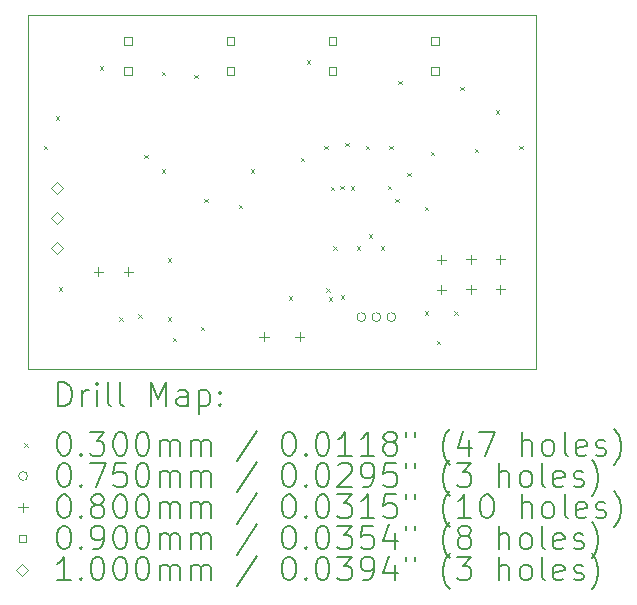
<source format=gbr>
%TF.GenerationSoftware,KiCad,Pcbnew,8.0.5-8.0.5-0~ubuntu20.04.1*%
%TF.CreationDate,2024-10-09T10:56:54+02:00*%
%TF.ProjectId,LIN_eval,4c494e5f-6576-4616-9c2e-6b696361645f,rev?*%
%TF.SameCoordinates,Original*%
%TF.FileFunction,Drillmap*%
%TF.FilePolarity,Positive*%
%FSLAX45Y45*%
G04 Gerber Fmt 4.5, Leading zero omitted, Abs format (unit mm)*
G04 Created by KiCad (PCBNEW 8.0.5-8.0.5-0~ubuntu20.04.1) date 2024-10-09 10:56:54*
%MOMM*%
%LPD*%
G01*
G04 APERTURE LIST*
%ADD10C,0.050000*%
%ADD11C,0.200000*%
%ADD12C,0.100000*%
G04 APERTURE END LIST*
D10*
X12000000Y-7375000D02*
X16300000Y-7375000D01*
X16300000Y-10375000D01*
X12000000Y-10375000D01*
X12000000Y-7375000D01*
D11*
D12*
X12135000Y-8485000D02*
X12165000Y-8515000D01*
X12165000Y-8485000D02*
X12135000Y-8515000D01*
X12235000Y-8235000D02*
X12265000Y-8265000D01*
X12265000Y-8235000D02*
X12235000Y-8265000D01*
X12260000Y-9685000D02*
X12290000Y-9715000D01*
X12290000Y-9685000D02*
X12260000Y-9715000D01*
X12610000Y-7810000D02*
X12640000Y-7840000D01*
X12640000Y-7810000D02*
X12610000Y-7840000D01*
X12772500Y-9935000D02*
X12802500Y-9965000D01*
X12802500Y-9935000D02*
X12772500Y-9965000D01*
X12935000Y-9910000D02*
X12965000Y-9940000D01*
X12965000Y-9910000D02*
X12935000Y-9940000D01*
X12985000Y-8560000D02*
X13015000Y-8590000D01*
X13015000Y-8560000D02*
X12985000Y-8590000D01*
X13135000Y-7860000D02*
X13165000Y-7890000D01*
X13165000Y-7860000D02*
X13135000Y-7890000D01*
X13135000Y-8685000D02*
X13165000Y-8715000D01*
X13165000Y-8685000D02*
X13135000Y-8715000D01*
X13185000Y-9435000D02*
X13215000Y-9465000D01*
X13215000Y-9435000D02*
X13185000Y-9465000D01*
X13185000Y-9935000D02*
X13215000Y-9965000D01*
X13215000Y-9935000D02*
X13185000Y-9965000D01*
X13226827Y-10108428D02*
X13256827Y-10138428D01*
X13256827Y-10108428D02*
X13226827Y-10138428D01*
X13410000Y-7885000D02*
X13440000Y-7915000D01*
X13440000Y-7885000D02*
X13410000Y-7915000D01*
X13465000Y-10017699D02*
X13495000Y-10047699D01*
X13495000Y-10017699D02*
X13465000Y-10047699D01*
X13492500Y-8935000D02*
X13522500Y-8965000D01*
X13522500Y-8935000D02*
X13492500Y-8965000D01*
X13785000Y-8985000D02*
X13815000Y-9015000D01*
X13815000Y-8985000D02*
X13785000Y-9015000D01*
X13885000Y-8685000D02*
X13915000Y-8715000D01*
X13915000Y-8685000D02*
X13885000Y-8715000D01*
X14210000Y-9760000D02*
X14240000Y-9790000D01*
X14240000Y-9760000D02*
X14210000Y-9790000D01*
X14310000Y-8585000D02*
X14340000Y-8615000D01*
X14340000Y-8585000D02*
X14310000Y-8615000D01*
X14360000Y-7760000D02*
X14390000Y-7790000D01*
X14390000Y-7760000D02*
X14360000Y-7790000D01*
X14510000Y-8485000D02*
X14540000Y-8515000D01*
X14540000Y-8485000D02*
X14510000Y-8515000D01*
X14523976Y-9690701D02*
X14553976Y-9720701D01*
X14553976Y-9690701D02*
X14523976Y-9720701D01*
X14547374Y-9767203D02*
X14577374Y-9797203D01*
X14577374Y-9767203D02*
X14547374Y-9797203D01*
X14564926Y-8830074D02*
X14594926Y-8860074D01*
X14594926Y-8830074D02*
X14564926Y-8860074D01*
X14585000Y-9335000D02*
X14615000Y-9365000D01*
X14615000Y-9335000D02*
X14585000Y-9365000D01*
X14644853Y-8825147D02*
X14674853Y-8855147D01*
X14674853Y-8825147D02*
X14644853Y-8855147D01*
X14649603Y-9749827D02*
X14679603Y-9779827D01*
X14679603Y-9749827D02*
X14649603Y-9779827D01*
X14685000Y-8460000D02*
X14715000Y-8490000D01*
X14715000Y-8460000D02*
X14685000Y-8490000D01*
X14732811Y-8828253D02*
X14762811Y-8858253D01*
X14762811Y-8828253D02*
X14732811Y-8858253D01*
X14785000Y-9335000D02*
X14815000Y-9365000D01*
X14815000Y-9335000D02*
X14785000Y-9365000D01*
X14860000Y-8485000D02*
X14890000Y-8515000D01*
X14890000Y-8485000D02*
X14860000Y-8515000D01*
X14885000Y-9235000D02*
X14915000Y-9265000D01*
X14915000Y-9235000D02*
X14885000Y-9265000D01*
X14987500Y-9335000D02*
X15017500Y-9365000D01*
X15017500Y-9335000D02*
X14987500Y-9365000D01*
X15047500Y-8822500D02*
X15077500Y-8852500D01*
X15077500Y-8822500D02*
X15047500Y-8852500D01*
X15060000Y-8485000D02*
X15090000Y-8515000D01*
X15090000Y-8485000D02*
X15060000Y-8515000D01*
X15110000Y-8935000D02*
X15140000Y-8965000D01*
X15140000Y-8935000D02*
X15110000Y-8965000D01*
X15135000Y-7935000D02*
X15165000Y-7965000D01*
X15165000Y-7935000D02*
X15135000Y-7965000D01*
X15210000Y-8711500D02*
X15240000Y-8741500D01*
X15240000Y-8711500D02*
X15210000Y-8741500D01*
X15360000Y-9000000D02*
X15390000Y-9030000D01*
X15390000Y-9000000D02*
X15360000Y-9030000D01*
X15360000Y-9885000D02*
X15390000Y-9915000D01*
X15390000Y-9885000D02*
X15360000Y-9915000D01*
X15410000Y-8535000D02*
X15440000Y-8565000D01*
X15440000Y-8535000D02*
X15410000Y-8565000D01*
X15460000Y-10135000D02*
X15490000Y-10165000D01*
X15490000Y-10135000D02*
X15460000Y-10165000D01*
X15610000Y-9885000D02*
X15640000Y-9915000D01*
X15640000Y-9885000D02*
X15610000Y-9915000D01*
X15660000Y-7985000D02*
X15690000Y-8015000D01*
X15690000Y-7985000D02*
X15660000Y-8015000D01*
X15785000Y-8510000D02*
X15815000Y-8540000D01*
X15815000Y-8510000D02*
X15785000Y-8540000D01*
X15960000Y-8185000D02*
X15990000Y-8215000D01*
X15990000Y-8185000D02*
X15960000Y-8215000D01*
X16160000Y-8485000D02*
X16190000Y-8515000D01*
X16190000Y-8485000D02*
X16160000Y-8515000D01*
X14860500Y-9936000D02*
G75*
G02*
X14785500Y-9936000I-37500J0D01*
G01*
X14785500Y-9936000D02*
G75*
G02*
X14860500Y-9936000I37500J0D01*
G01*
X14987500Y-9936000D02*
G75*
G02*
X14912500Y-9936000I-37500J0D01*
G01*
X14912500Y-9936000D02*
G75*
G02*
X14987500Y-9936000I37500J0D01*
G01*
X15114500Y-9936000D02*
G75*
G02*
X15039500Y-9936000I-37500J0D01*
G01*
X15039500Y-9936000D02*
G75*
G02*
X15114500Y-9936000I37500J0D01*
G01*
X12596000Y-9510000D02*
X12596000Y-9590000D01*
X12556000Y-9550000D02*
X12636000Y-9550000D01*
X12850000Y-9510000D02*
X12850000Y-9590000D01*
X12810000Y-9550000D02*
X12890000Y-9550000D01*
X14000000Y-10060000D02*
X14000000Y-10140000D01*
X13960000Y-10100000D02*
X14040000Y-10100000D01*
X14300000Y-10060000D02*
X14300000Y-10140000D01*
X14260000Y-10100000D02*
X14340000Y-10100000D01*
X15500000Y-9410000D02*
X15500000Y-9490000D01*
X15460000Y-9450000D02*
X15540000Y-9450000D01*
X15500000Y-9664000D02*
X15500000Y-9744000D01*
X15460000Y-9704000D02*
X15540000Y-9704000D01*
X15750000Y-9406000D02*
X15750000Y-9486000D01*
X15710000Y-9446000D02*
X15790000Y-9446000D01*
X15750000Y-9660000D02*
X15750000Y-9740000D01*
X15710000Y-9700000D02*
X15790000Y-9700000D01*
X16000000Y-9406000D02*
X16000000Y-9486000D01*
X15960000Y-9446000D02*
X16040000Y-9446000D01*
X16000000Y-9660000D02*
X16000000Y-9740000D01*
X15960000Y-9700000D02*
X16040000Y-9700000D01*
X12879320Y-7631820D02*
X12879320Y-7568180D01*
X12815680Y-7568180D01*
X12815680Y-7631820D01*
X12879320Y-7631820D01*
X12879320Y-7885820D02*
X12879320Y-7822180D01*
X12815680Y-7822180D01*
X12815680Y-7885820D01*
X12879320Y-7885820D01*
X13745987Y-7631820D02*
X13745987Y-7568180D01*
X13682346Y-7568180D01*
X13682346Y-7631820D01*
X13745987Y-7631820D01*
X13745987Y-7885820D02*
X13745987Y-7822180D01*
X13682346Y-7822180D01*
X13682346Y-7885820D01*
X13745987Y-7885820D01*
X14612653Y-7631820D02*
X14612653Y-7568180D01*
X14549013Y-7568180D01*
X14549013Y-7631820D01*
X14612653Y-7631820D01*
X14612653Y-7885820D02*
X14612653Y-7822180D01*
X14549013Y-7822180D01*
X14549013Y-7885820D01*
X14612653Y-7885820D01*
X15479320Y-7631820D02*
X15479320Y-7568180D01*
X15415680Y-7568180D01*
X15415680Y-7631820D01*
X15479320Y-7631820D01*
X15479320Y-7885820D02*
X15479320Y-7822180D01*
X15415680Y-7822180D01*
X15415680Y-7885820D01*
X15479320Y-7885820D01*
X12250000Y-8892000D02*
X12300000Y-8842000D01*
X12250000Y-8792000D01*
X12200000Y-8842000D01*
X12250000Y-8892000D01*
X12250000Y-9146000D02*
X12300000Y-9096000D01*
X12250000Y-9046000D01*
X12200000Y-9096000D01*
X12250000Y-9146000D01*
X12250000Y-9400000D02*
X12300000Y-9350000D01*
X12250000Y-9300000D01*
X12200000Y-9350000D01*
X12250000Y-9400000D01*
D11*
X12258277Y-10688984D02*
X12258277Y-10488984D01*
X12258277Y-10488984D02*
X12305896Y-10488984D01*
X12305896Y-10488984D02*
X12334467Y-10498508D01*
X12334467Y-10498508D02*
X12353515Y-10517555D01*
X12353515Y-10517555D02*
X12363039Y-10536603D01*
X12363039Y-10536603D02*
X12372562Y-10574698D01*
X12372562Y-10574698D02*
X12372562Y-10603270D01*
X12372562Y-10603270D02*
X12363039Y-10641365D01*
X12363039Y-10641365D02*
X12353515Y-10660412D01*
X12353515Y-10660412D02*
X12334467Y-10679460D01*
X12334467Y-10679460D02*
X12305896Y-10688984D01*
X12305896Y-10688984D02*
X12258277Y-10688984D01*
X12458277Y-10688984D02*
X12458277Y-10555650D01*
X12458277Y-10593746D02*
X12467801Y-10574698D01*
X12467801Y-10574698D02*
X12477324Y-10565174D01*
X12477324Y-10565174D02*
X12496372Y-10555650D01*
X12496372Y-10555650D02*
X12515420Y-10555650D01*
X12582086Y-10688984D02*
X12582086Y-10555650D01*
X12582086Y-10488984D02*
X12572562Y-10498508D01*
X12572562Y-10498508D02*
X12582086Y-10508031D01*
X12582086Y-10508031D02*
X12591610Y-10498508D01*
X12591610Y-10498508D02*
X12582086Y-10488984D01*
X12582086Y-10488984D02*
X12582086Y-10508031D01*
X12705896Y-10688984D02*
X12686848Y-10679460D01*
X12686848Y-10679460D02*
X12677324Y-10660412D01*
X12677324Y-10660412D02*
X12677324Y-10488984D01*
X12810658Y-10688984D02*
X12791610Y-10679460D01*
X12791610Y-10679460D02*
X12782086Y-10660412D01*
X12782086Y-10660412D02*
X12782086Y-10488984D01*
X13039229Y-10688984D02*
X13039229Y-10488984D01*
X13039229Y-10488984D02*
X13105896Y-10631841D01*
X13105896Y-10631841D02*
X13172562Y-10488984D01*
X13172562Y-10488984D02*
X13172562Y-10688984D01*
X13353515Y-10688984D02*
X13353515Y-10584222D01*
X13353515Y-10584222D02*
X13343991Y-10565174D01*
X13343991Y-10565174D02*
X13324943Y-10555650D01*
X13324943Y-10555650D02*
X13286848Y-10555650D01*
X13286848Y-10555650D02*
X13267801Y-10565174D01*
X13353515Y-10679460D02*
X13334467Y-10688984D01*
X13334467Y-10688984D02*
X13286848Y-10688984D01*
X13286848Y-10688984D02*
X13267801Y-10679460D01*
X13267801Y-10679460D02*
X13258277Y-10660412D01*
X13258277Y-10660412D02*
X13258277Y-10641365D01*
X13258277Y-10641365D02*
X13267801Y-10622317D01*
X13267801Y-10622317D02*
X13286848Y-10612793D01*
X13286848Y-10612793D02*
X13334467Y-10612793D01*
X13334467Y-10612793D02*
X13353515Y-10603270D01*
X13448753Y-10555650D02*
X13448753Y-10755650D01*
X13448753Y-10565174D02*
X13467801Y-10555650D01*
X13467801Y-10555650D02*
X13505896Y-10555650D01*
X13505896Y-10555650D02*
X13524943Y-10565174D01*
X13524943Y-10565174D02*
X13534467Y-10574698D01*
X13534467Y-10574698D02*
X13543991Y-10593746D01*
X13543991Y-10593746D02*
X13543991Y-10650889D01*
X13543991Y-10650889D02*
X13534467Y-10669936D01*
X13534467Y-10669936D02*
X13524943Y-10679460D01*
X13524943Y-10679460D02*
X13505896Y-10688984D01*
X13505896Y-10688984D02*
X13467801Y-10688984D01*
X13467801Y-10688984D02*
X13448753Y-10679460D01*
X13629705Y-10669936D02*
X13639229Y-10679460D01*
X13639229Y-10679460D02*
X13629705Y-10688984D01*
X13629705Y-10688984D02*
X13620182Y-10679460D01*
X13620182Y-10679460D02*
X13629705Y-10669936D01*
X13629705Y-10669936D02*
X13629705Y-10688984D01*
X13629705Y-10565174D02*
X13639229Y-10574698D01*
X13639229Y-10574698D02*
X13629705Y-10584222D01*
X13629705Y-10584222D02*
X13620182Y-10574698D01*
X13620182Y-10574698D02*
X13629705Y-10565174D01*
X13629705Y-10565174D02*
X13629705Y-10584222D01*
D12*
X11967500Y-11002500D02*
X11997500Y-11032500D01*
X11997500Y-11002500D02*
X11967500Y-11032500D01*
D11*
X12296372Y-10908984D02*
X12315420Y-10908984D01*
X12315420Y-10908984D02*
X12334467Y-10918508D01*
X12334467Y-10918508D02*
X12343991Y-10928031D01*
X12343991Y-10928031D02*
X12353515Y-10947079D01*
X12353515Y-10947079D02*
X12363039Y-10985174D01*
X12363039Y-10985174D02*
X12363039Y-11032793D01*
X12363039Y-11032793D02*
X12353515Y-11070889D01*
X12353515Y-11070889D02*
X12343991Y-11089936D01*
X12343991Y-11089936D02*
X12334467Y-11099460D01*
X12334467Y-11099460D02*
X12315420Y-11108984D01*
X12315420Y-11108984D02*
X12296372Y-11108984D01*
X12296372Y-11108984D02*
X12277324Y-11099460D01*
X12277324Y-11099460D02*
X12267801Y-11089936D01*
X12267801Y-11089936D02*
X12258277Y-11070889D01*
X12258277Y-11070889D02*
X12248753Y-11032793D01*
X12248753Y-11032793D02*
X12248753Y-10985174D01*
X12248753Y-10985174D02*
X12258277Y-10947079D01*
X12258277Y-10947079D02*
X12267801Y-10928031D01*
X12267801Y-10928031D02*
X12277324Y-10918508D01*
X12277324Y-10918508D02*
X12296372Y-10908984D01*
X12448753Y-11089936D02*
X12458277Y-11099460D01*
X12458277Y-11099460D02*
X12448753Y-11108984D01*
X12448753Y-11108984D02*
X12439229Y-11099460D01*
X12439229Y-11099460D02*
X12448753Y-11089936D01*
X12448753Y-11089936D02*
X12448753Y-11108984D01*
X12524943Y-10908984D02*
X12648753Y-10908984D01*
X12648753Y-10908984D02*
X12582086Y-10985174D01*
X12582086Y-10985174D02*
X12610658Y-10985174D01*
X12610658Y-10985174D02*
X12629705Y-10994698D01*
X12629705Y-10994698D02*
X12639229Y-11004222D01*
X12639229Y-11004222D02*
X12648753Y-11023270D01*
X12648753Y-11023270D02*
X12648753Y-11070889D01*
X12648753Y-11070889D02*
X12639229Y-11089936D01*
X12639229Y-11089936D02*
X12629705Y-11099460D01*
X12629705Y-11099460D02*
X12610658Y-11108984D01*
X12610658Y-11108984D02*
X12553515Y-11108984D01*
X12553515Y-11108984D02*
X12534467Y-11099460D01*
X12534467Y-11099460D02*
X12524943Y-11089936D01*
X12772562Y-10908984D02*
X12791610Y-10908984D01*
X12791610Y-10908984D02*
X12810658Y-10918508D01*
X12810658Y-10918508D02*
X12820182Y-10928031D01*
X12820182Y-10928031D02*
X12829705Y-10947079D01*
X12829705Y-10947079D02*
X12839229Y-10985174D01*
X12839229Y-10985174D02*
X12839229Y-11032793D01*
X12839229Y-11032793D02*
X12829705Y-11070889D01*
X12829705Y-11070889D02*
X12820182Y-11089936D01*
X12820182Y-11089936D02*
X12810658Y-11099460D01*
X12810658Y-11099460D02*
X12791610Y-11108984D01*
X12791610Y-11108984D02*
X12772562Y-11108984D01*
X12772562Y-11108984D02*
X12753515Y-11099460D01*
X12753515Y-11099460D02*
X12743991Y-11089936D01*
X12743991Y-11089936D02*
X12734467Y-11070889D01*
X12734467Y-11070889D02*
X12724943Y-11032793D01*
X12724943Y-11032793D02*
X12724943Y-10985174D01*
X12724943Y-10985174D02*
X12734467Y-10947079D01*
X12734467Y-10947079D02*
X12743991Y-10928031D01*
X12743991Y-10928031D02*
X12753515Y-10918508D01*
X12753515Y-10918508D02*
X12772562Y-10908984D01*
X12963039Y-10908984D02*
X12982086Y-10908984D01*
X12982086Y-10908984D02*
X13001134Y-10918508D01*
X13001134Y-10918508D02*
X13010658Y-10928031D01*
X13010658Y-10928031D02*
X13020182Y-10947079D01*
X13020182Y-10947079D02*
X13029705Y-10985174D01*
X13029705Y-10985174D02*
X13029705Y-11032793D01*
X13029705Y-11032793D02*
X13020182Y-11070889D01*
X13020182Y-11070889D02*
X13010658Y-11089936D01*
X13010658Y-11089936D02*
X13001134Y-11099460D01*
X13001134Y-11099460D02*
X12982086Y-11108984D01*
X12982086Y-11108984D02*
X12963039Y-11108984D01*
X12963039Y-11108984D02*
X12943991Y-11099460D01*
X12943991Y-11099460D02*
X12934467Y-11089936D01*
X12934467Y-11089936D02*
X12924943Y-11070889D01*
X12924943Y-11070889D02*
X12915420Y-11032793D01*
X12915420Y-11032793D02*
X12915420Y-10985174D01*
X12915420Y-10985174D02*
X12924943Y-10947079D01*
X12924943Y-10947079D02*
X12934467Y-10928031D01*
X12934467Y-10928031D02*
X12943991Y-10918508D01*
X12943991Y-10918508D02*
X12963039Y-10908984D01*
X13115420Y-11108984D02*
X13115420Y-10975650D01*
X13115420Y-10994698D02*
X13124943Y-10985174D01*
X13124943Y-10985174D02*
X13143991Y-10975650D01*
X13143991Y-10975650D02*
X13172563Y-10975650D01*
X13172563Y-10975650D02*
X13191610Y-10985174D01*
X13191610Y-10985174D02*
X13201134Y-11004222D01*
X13201134Y-11004222D02*
X13201134Y-11108984D01*
X13201134Y-11004222D02*
X13210658Y-10985174D01*
X13210658Y-10985174D02*
X13229705Y-10975650D01*
X13229705Y-10975650D02*
X13258277Y-10975650D01*
X13258277Y-10975650D02*
X13277324Y-10985174D01*
X13277324Y-10985174D02*
X13286848Y-11004222D01*
X13286848Y-11004222D02*
X13286848Y-11108984D01*
X13382086Y-11108984D02*
X13382086Y-10975650D01*
X13382086Y-10994698D02*
X13391610Y-10985174D01*
X13391610Y-10985174D02*
X13410658Y-10975650D01*
X13410658Y-10975650D02*
X13439229Y-10975650D01*
X13439229Y-10975650D02*
X13458277Y-10985174D01*
X13458277Y-10985174D02*
X13467801Y-11004222D01*
X13467801Y-11004222D02*
X13467801Y-11108984D01*
X13467801Y-11004222D02*
X13477324Y-10985174D01*
X13477324Y-10985174D02*
X13496372Y-10975650D01*
X13496372Y-10975650D02*
X13524943Y-10975650D01*
X13524943Y-10975650D02*
X13543991Y-10985174D01*
X13543991Y-10985174D02*
X13553515Y-11004222D01*
X13553515Y-11004222D02*
X13553515Y-11108984D01*
X13943991Y-10899460D02*
X13772563Y-11156603D01*
X14201134Y-10908984D02*
X14220182Y-10908984D01*
X14220182Y-10908984D02*
X14239229Y-10918508D01*
X14239229Y-10918508D02*
X14248753Y-10928031D01*
X14248753Y-10928031D02*
X14258277Y-10947079D01*
X14258277Y-10947079D02*
X14267801Y-10985174D01*
X14267801Y-10985174D02*
X14267801Y-11032793D01*
X14267801Y-11032793D02*
X14258277Y-11070889D01*
X14258277Y-11070889D02*
X14248753Y-11089936D01*
X14248753Y-11089936D02*
X14239229Y-11099460D01*
X14239229Y-11099460D02*
X14220182Y-11108984D01*
X14220182Y-11108984D02*
X14201134Y-11108984D01*
X14201134Y-11108984D02*
X14182086Y-11099460D01*
X14182086Y-11099460D02*
X14172563Y-11089936D01*
X14172563Y-11089936D02*
X14163039Y-11070889D01*
X14163039Y-11070889D02*
X14153515Y-11032793D01*
X14153515Y-11032793D02*
X14153515Y-10985174D01*
X14153515Y-10985174D02*
X14163039Y-10947079D01*
X14163039Y-10947079D02*
X14172563Y-10928031D01*
X14172563Y-10928031D02*
X14182086Y-10918508D01*
X14182086Y-10918508D02*
X14201134Y-10908984D01*
X14353515Y-11089936D02*
X14363039Y-11099460D01*
X14363039Y-11099460D02*
X14353515Y-11108984D01*
X14353515Y-11108984D02*
X14343991Y-11099460D01*
X14343991Y-11099460D02*
X14353515Y-11089936D01*
X14353515Y-11089936D02*
X14353515Y-11108984D01*
X14486848Y-10908984D02*
X14505896Y-10908984D01*
X14505896Y-10908984D02*
X14524944Y-10918508D01*
X14524944Y-10918508D02*
X14534467Y-10928031D01*
X14534467Y-10928031D02*
X14543991Y-10947079D01*
X14543991Y-10947079D02*
X14553515Y-10985174D01*
X14553515Y-10985174D02*
X14553515Y-11032793D01*
X14553515Y-11032793D02*
X14543991Y-11070889D01*
X14543991Y-11070889D02*
X14534467Y-11089936D01*
X14534467Y-11089936D02*
X14524944Y-11099460D01*
X14524944Y-11099460D02*
X14505896Y-11108984D01*
X14505896Y-11108984D02*
X14486848Y-11108984D01*
X14486848Y-11108984D02*
X14467801Y-11099460D01*
X14467801Y-11099460D02*
X14458277Y-11089936D01*
X14458277Y-11089936D02*
X14448753Y-11070889D01*
X14448753Y-11070889D02*
X14439229Y-11032793D01*
X14439229Y-11032793D02*
X14439229Y-10985174D01*
X14439229Y-10985174D02*
X14448753Y-10947079D01*
X14448753Y-10947079D02*
X14458277Y-10928031D01*
X14458277Y-10928031D02*
X14467801Y-10918508D01*
X14467801Y-10918508D02*
X14486848Y-10908984D01*
X14743991Y-11108984D02*
X14629706Y-11108984D01*
X14686848Y-11108984D02*
X14686848Y-10908984D01*
X14686848Y-10908984D02*
X14667801Y-10937555D01*
X14667801Y-10937555D02*
X14648753Y-10956603D01*
X14648753Y-10956603D02*
X14629706Y-10966127D01*
X14934467Y-11108984D02*
X14820182Y-11108984D01*
X14877325Y-11108984D02*
X14877325Y-10908984D01*
X14877325Y-10908984D02*
X14858277Y-10937555D01*
X14858277Y-10937555D02*
X14839229Y-10956603D01*
X14839229Y-10956603D02*
X14820182Y-10966127D01*
X15048753Y-10994698D02*
X15029706Y-10985174D01*
X15029706Y-10985174D02*
X15020182Y-10975650D01*
X15020182Y-10975650D02*
X15010658Y-10956603D01*
X15010658Y-10956603D02*
X15010658Y-10947079D01*
X15010658Y-10947079D02*
X15020182Y-10928031D01*
X15020182Y-10928031D02*
X15029706Y-10918508D01*
X15029706Y-10918508D02*
X15048753Y-10908984D01*
X15048753Y-10908984D02*
X15086848Y-10908984D01*
X15086848Y-10908984D02*
X15105896Y-10918508D01*
X15105896Y-10918508D02*
X15115420Y-10928031D01*
X15115420Y-10928031D02*
X15124944Y-10947079D01*
X15124944Y-10947079D02*
X15124944Y-10956603D01*
X15124944Y-10956603D02*
X15115420Y-10975650D01*
X15115420Y-10975650D02*
X15105896Y-10985174D01*
X15105896Y-10985174D02*
X15086848Y-10994698D01*
X15086848Y-10994698D02*
X15048753Y-10994698D01*
X15048753Y-10994698D02*
X15029706Y-11004222D01*
X15029706Y-11004222D02*
X15020182Y-11013746D01*
X15020182Y-11013746D02*
X15010658Y-11032793D01*
X15010658Y-11032793D02*
X15010658Y-11070889D01*
X15010658Y-11070889D02*
X15020182Y-11089936D01*
X15020182Y-11089936D02*
X15029706Y-11099460D01*
X15029706Y-11099460D02*
X15048753Y-11108984D01*
X15048753Y-11108984D02*
X15086848Y-11108984D01*
X15086848Y-11108984D02*
X15105896Y-11099460D01*
X15105896Y-11099460D02*
X15115420Y-11089936D01*
X15115420Y-11089936D02*
X15124944Y-11070889D01*
X15124944Y-11070889D02*
X15124944Y-11032793D01*
X15124944Y-11032793D02*
X15115420Y-11013746D01*
X15115420Y-11013746D02*
X15105896Y-11004222D01*
X15105896Y-11004222D02*
X15086848Y-10994698D01*
X15201134Y-10908984D02*
X15201134Y-10947079D01*
X15277325Y-10908984D02*
X15277325Y-10947079D01*
X15572563Y-11185174D02*
X15563039Y-11175650D01*
X15563039Y-11175650D02*
X15543991Y-11147079D01*
X15543991Y-11147079D02*
X15534468Y-11128031D01*
X15534468Y-11128031D02*
X15524944Y-11099460D01*
X15524944Y-11099460D02*
X15515420Y-11051841D01*
X15515420Y-11051841D02*
X15515420Y-11013746D01*
X15515420Y-11013746D02*
X15524944Y-10966127D01*
X15524944Y-10966127D02*
X15534468Y-10937555D01*
X15534468Y-10937555D02*
X15543991Y-10918508D01*
X15543991Y-10918508D02*
X15563039Y-10889936D01*
X15563039Y-10889936D02*
X15572563Y-10880412D01*
X15734468Y-10975650D02*
X15734468Y-11108984D01*
X15686848Y-10899460D02*
X15639229Y-11042317D01*
X15639229Y-11042317D02*
X15763039Y-11042317D01*
X15820182Y-10908984D02*
X15953515Y-10908984D01*
X15953515Y-10908984D02*
X15867801Y-11108984D01*
X16182087Y-11108984D02*
X16182087Y-10908984D01*
X16267801Y-11108984D02*
X16267801Y-11004222D01*
X16267801Y-11004222D02*
X16258277Y-10985174D01*
X16258277Y-10985174D02*
X16239230Y-10975650D01*
X16239230Y-10975650D02*
X16210658Y-10975650D01*
X16210658Y-10975650D02*
X16191610Y-10985174D01*
X16191610Y-10985174D02*
X16182087Y-10994698D01*
X16391610Y-11108984D02*
X16372563Y-11099460D01*
X16372563Y-11099460D02*
X16363039Y-11089936D01*
X16363039Y-11089936D02*
X16353515Y-11070889D01*
X16353515Y-11070889D02*
X16353515Y-11013746D01*
X16353515Y-11013746D02*
X16363039Y-10994698D01*
X16363039Y-10994698D02*
X16372563Y-10985174D01*
X16372563Y-10985174D02*
X16391610Y-10975650D01*
X16391610Y-10975650D02*
X16420182Y-10975650D01*
X16420182Y-10975650D02*
X16439230Y-10985174D01*
X16439230Y-10985174D02*
X16448753Y-10994698D01*
X16448753Y-10994698D02*
X16458277Y-11013746D01*
X16458277Y-11013746D02*
X16458277Y-11070889D01*
X16458277Y-11070889D02*
X16448753Y-11089936D01*
X16448753Y-11089936D02*
X16439230Y-11099460D01*
X16439230Y-11099460D02*
X16420182Y-11108984D01*
X16420182Y-11108984D02*
X16391610Y-11108984D01*
X16572563Y-11108984D02*
X16553515Y-11099460D01*
X16553515Y-11099460D02*
X16543991Y-11080412D01*
X16543991Y-11080412D02*
X16543991Y-10908984D01*
X16724944Y-11099460D02*
X16705896Y-11108984D01*
X16705896Y-11108984D02*
X16667801Y-11108984D01*
X16667801Y-11108984D02*
X16648753Y-11099460D01*
X16648753Y-11099460D02*
X16639230Y-11080412D01*
X16639230Y-11080412D02*
X16639230Y-11004222D01*
X16639230Y-11004222D02*
X16648753Y-10985174D01*
X16648753Y-10985174D02*
X16667801Y-10975650D01*
X16667801Y-10975650D02*
X16705896Y-10975650D01*
X16705896Y-10975650D02*
X16724944Y-10985174D01*
X16724944Y-10985174D02*
X16734468Y-11004222D01*
X16734468Y-11004222D02*
X16734468Y-11023270D01*
X16734468Y-11023270D02*
X16639230Y-11042317D01*
X16810658Y-11099460D02*
X16829706Y-11108984D01*
X16829706Y-11108984D02*
X16867801Y-11108984D01*
X16867801Y-11108984D02*
X16886849Y-11099460D01*
X16886849Y-11099460D02*
X16896373Y-11080412D01*
X16896373Y-11080412D02*
X16896373Y-11070889D01*
X16896373Y-11070889D02*
X16886849Y-11051841D01*
X16886849Y-11051841D02*
X16867801Y-11042317D01*
X16867801Y-11042317D02*
X16839230Y-11042317D01*
X16839230Y-11042317D02*
X16820182Y-11032793D01*
X16820182Y-11032793D02*
X16810658Y-11013746D01*
X16810658Y-11013746D02*
X16810658Y-11004222D01*
X16810658Y-11004222D02*
X16820182Y-10985174D01*
X16820182Y-10985174D02*
X16839230Y-10975650D01*
X16839230Y-10975650D02*
X16867801Y-10975650D01*
X16867801Y-10975650D02*
X16886849Y-10985174D01*
X16963039Y-11185174D02*
X16972563Y-11175650D01*
X16972563Y-11175650D02*
X16991611Y-11147079D01*
X16991611Y-11147079D02*
X17001134Y-11128031D01*
X17001134Y-11128031D02*
X17010658Y-11099460D01*
X17010658Y-11099460D02*
X17020182Y-11051841D01*
X17020182Y-11051841D02*
X17020182Y-11013746D01*
X17020182Y-11013746D02*
X17010658Y-10966127D01*
X17010658Y-10966127D02*
X17001134Y-10937555D01*
X17001134Y-10937555D02*
X16991611Y-10918508D01*
X16991611Y-10918508D02*
X16972563Y-10889936D01*
X16972563Y-10889936D02*
X16963039Y-10880412D01*
D12*
X11997500Y-11281500D02*
G75*
G02*
X11922500Y-11281500I-37500J0D01*
G01*
X11922500Y-11281500D02*
G75*
G02*
X11997500Y-11281500I37500J0D01*
G01*
D11*
X12296372Y-11172984D02*
X12315420Y-11172984D01*
X12315420Y-11172984D02*
X12334467Y-11182508D01*
X12334467Y-11182508D02*
X12343991Y-11192031D01*
X12343991Y-11192031D02*
X12353515Y-11211079D01*
X12353515Y-11211079D02*
X12363039Y-11249174D01*
X12363039Y-11249174D02*
X12363039Y-11296793D01*
X12363039Y-11296793D02*
X12353515Y-11334888D01*
X12353515Y-11334888D02*
X12343991Y-11353936D01*
X12343991Y-11353936D02*
X12334467Y-11363460D01*
X12334467Y-11363460D02*
X12315420Y-11372984D01*
X12315420Y-11372984D02*
X12296372Y-11372984D01*
X12296372Y-11372984D02*
X12277324Y-11363460D01*
X12277324Y-11363460D02*
X12267801Y-11353936D01*
X12267801Y-11353936D02*
X12258277Y-11334888D01*
X12258277Y-11334888D02*
X12248753Y-11296793D01*
X12248753Y-11296793D02*
X12248753Y-11249174D01*
X12248753Y-11249174D02*
X12258277Y-11211079D01*
X12258277Y-11211079D02*
X12267801Y-11192031D01*
X12267801Y-11192031D02*
X12277324Y-11182508D01*
X12277324Y-11182508D02*
X12296372Y-11172984D01*
X12448753Y-11353936D02*
X12458277Y-11363460D01*
X12458277Y-11363460D02*
X12448753Y-11372984D01*
X12448753Y-11372984D02*
X12439229Y-11363460D01*
X12439229Y-11363460D02*
X12448753Y-11353936D01*
X12448753Y-11353936D02*
X12448753Y-11372984D01*
X12524943Y-11172984D02*
X12658277Y-11172984D01*
X12658277Y-11172984D02*
X12572562Y-11372984D01*
X12829705Y-11172984D02*
X12734467Y-11172984D01*
X12734467Y-11172984D02*
X12724943Y-11268222D01*
X12724943Y-11268222D02*
X12734467Y-11258698D01*
X12734467Y-11258698D02*
X12753515Y-11249174D01*
X12753515Y-11249174D02*
X12801134Y-11249174D01*
X12801134Y-11249174D02*
X12820182Y-11258698D01*
X12820182Y-11258698D02*
X12829705Y-11268222D01*
X12829705Y-11268222D02*
X12839229Y-11287269D01*
X12839229Y-11287269D02*
X12839229Y-11334888D01*
X12839229Y-11334888D02*
X12829705Y-11353936D01*
X12829705Y-11353936D02*
X12820182Y-11363460D01*
X12820182Y-11363460D02*
X12801134Y-11372984D01*
X12801134Y-11372984D02*
X12753515Y-11372984D01*
X12753515Y-11372984D02*
X12734467Y-11363460D01*
X12734467Y-11363460D02*
X12724943Y-11353936D01*
X12963039Y-11172984D02*
X12982086Y-11172984D01*
X12982086Y-11172984D02*
X13001134Y-11182508D01*
X13001134Y-11182508D02*
X13010658Y-11192031D01*
X13010658Y-11192031D02*
X13020182Y-11211079D01*
X13020182Y-11211079D02*
X13029705Y-11249174D01*
X13029705Y-11249174D02*
X13029705Y-11296793D01*
X13029705Y-11296793D02*
X13020182Y-11334888D01*
X13020182Y-11334888D02*
X13010658Y-11353936D01*
X13010658Y-11353936D02*
X13001134Y-11363460D01*
X13001134Y-11363460D02*
X12982086Y-11372984D01*
X12982086Y-11372984D02*
X12963039Y-11372984D01*
X12963039Y-11372984D02*
X12943991Y-11363460D01*
X12943991Y-11363460D02*
X12934467Y-11353936D01*
X12934467Y-11353936D02*
X12924943Y-11334888D01*
X12924943Y-11334888D02*
X12915420Y-11296793D01*
X12915420Y-11296793D02*
X12915420Y-11249174D01*
X12915420Y-11249174D02*
X12924943Y-11211079D01*
X12924943Y-11211079D02*
X12934467Y-11192031D01*
X12934467Y-11192031D02*
X12943991Y-11182508D01*
X12943991Y-11182508D02*
X12963039Y-11172984D01*
X13115420Y-11372984D02*
X13115420Y-11239650D01*
X13115420Y-11258698D02*
X13124943Y-11249174D01*
X13124943Y-11249174D02*
X13143991Y-11239650D01*
X13143991Y-11239650D02*
X13172563Y-11239650D01*
X13172563Y-11239650D02*
X13191610Y-11249174D01*
X13191610Y-11249174D02*
X13201134Y-11268222D01*
X13201134Y-11268222D02*
X13201134Y-11372984D01*
X13201134Y-11268222D02*
X13210658Y-11249174D01*
X13210658Y-11249174D02*
X13229705Y-11239650D01*
X13229705Y-11239650D02*
X13258277Y-11239650D01*
X13258277Y-11239650D02*
X13277324Y-11249174D01*
X13277324Y-11249174D02*
X13286848Y-11268222D01*
X13286848Y-11268222D02*
X13286848Y-11372984D01*
X13382086Y-11372984D02*
X13382086Y-11239650D01*
X13382086Y-11258698D02*
X13391610Y-11249174D01*
X13391610Y-11249174D02*
X13410658Y-11239650D01*
X13410658Y-11239650D02*
X13439229Y-11239650D01*
X13439229Y-11239650D02*
X13458277Y-11249174D01*
X13458277Y-11249174D02*
X13467801Y-11268222D01*
X13467801Y-11268222D02*
X13467801Y-11372984D01*
X13467801Y-11268222D02*
X13477324Y-11249174D01*
X13477324Y-11249174D02*
X13496372Y-11239650D01*
X13496372Y-11239650D02*
X13524943Y-11239650D01*
X13524943Y-11239650D02*
X13543991Y-11249174D01*
X13543991Y-11249174D02*
X13553515Y-11268222D01*
X13553515Y-11268222D02*
X13553515Y-11372984D01*
X13943991Y-11163460D02*
X13772563Y-11420603D01*
X14201134Y-11172984D02*
X14220182Y-11172984D01*
X14220182Y-11172984D02*
X14239229Y-11182508D01*
X14239229Y-11182508D02*
X14248753Y-11192031D01*
X14248753Y-11192031D02*
X14258277Y-11211079D01*
X14258277Y-11211079D02*
X14267801Y-11249174D01*
X14267801Y-11249174D02*
X14267801Y-11296793D01*
X14267801Y-11296793D02*
X14258277Y-11334888D01*
X14258277Y-11334888D02*
X14248753Y-11353936D01*
X14248753Y-11353936D02*
X14239229Y-11363460D01*
X14239229Y-11363460D02*
X14220182Y-11372984D01*
X14220182Y-11372984D02*
X14201134Y-11372984D01*
X14201134Y-11372984D02*
X14182086Y-11363460D01*
X14182086Y-11363460D02*
X14172563Y-11353936D01*
X14172563Y-11353936D02*
X14163039Y-11334888D01*
X14163039Y-11334888D02*
X14153515Y-11296793D01*
X14153515Y-11296793D02*
X14153515Y-11249174D01*
X14153515Y-11249174D02*
X14163039Y-11211079D01*
X14163039Y-11211079D02*
X14172563Y-11192031D01*
X14172563Y-11192031D02*
X14182086Y-11182508D01*
X14182086Y-11182508D02*
X14201134Y-11172984D01*
X14353515Y-11353936D02*
X14363039Y-11363460D01*
X14363039Y-11363460D02*
X14353515Y-11372984D01*
X14353515Y-11372984D02*
X14343991Y-11363460D01*
X14343991Y-11363460D02*
X14353515Y-11353936D01*
X14353515Y-11353936D02*
X14353515Y-11372984D01*
X14486848Y-11172984D02*
X14505896Y-11172984D01*
X14505896Y-11172984D02*
X14524944Y-11182508D01*
X14524944Y-11182508D02*
X14534467Y-11192031D01*
X14534467Y-11192031D02*
X14543991Y-11211079D01*
X14543991Y-11211079D02*
X14553515Y-11249174D01*
X14553515Y-11249174D02*
X14553515Y-11296793D01*
X14553515Y-11296793D02*
X14543991Y-11334888D01*
X14543991Y-11334888D02*
X14534467Y-11353936D01*
X14534467Y-11353936D02*
X14524944Y-11363460D01*
X14524944Y-11363460D02*
X14505896Y-11372984D01*
X14505896Y-11372984D02*
X14486848Y-11372984D01*
X14486848Y-11372984D02*
X14467801Y-11363460D01*
X14467801Y-11363460D02*
X14458277Y-11353936D01*
X14458277Y-11353936D02*
X14448753Y-11334888D01*
X14448753Y-11334888D02*
X14439229Y-11296793D01*
X14439229Y-11296793D02*
X14439229Y-11249174D01*
X14439229Y-11249174D02*
X14448753Y-11211079D01*
X14448753Y-11211079D02*
X14458277Y-11192031D01*
X14458277Y-11192031D02*
X14467801Y-11182508D01*
X14467801Y-11182508D02*
X14486848Y-11172984D01*
X14629706Y-11192031D02*
X14639229Y-11182508D01*
X14639229Y-11182508D02*
X14658277Y-11172984D01*
X14658277Y-11172984D02*
X14705896Y-11172984D01*
X14705896Y-11172984D02*
X14724944Y-11182508D01*
X14724944Y-11182508D02*
X14734467Y-11192031D01*
X14734467Y-11192031D02*
X14743991Y-11211079D01*
X14743991Y-11211079D02*
X14743991Y-11230127D01*
X14743991Y-11230127D02*
X14734467Y-11258698D01*
X14734467Y-11258698D02*
X14620182Y-11372984D01*
X14620182Y-11372984D02*
X14743991Y-11372984D01*
X14839229Y-11372984D02*
X14877325Y-11372984D01*
X14877325Y-11372984D02*
X14896372Y-11363460D01*
X14896372Y-11363460D02*
X14905896Y-11353936D01*
X14905896Y-11353936D02*
X14924944Y-11325365D01*
X14924944Y-11325365D02*
X14934467Y-11287269D01*
X14934467Y-11287269D02*
X14934467Y-11211079D01*
X14934467Y-11211079D02*
X14924944Y-11192031D01*
X14924944Y-11192031D02*
X14915420Y-11182508D01*
X14915420Y-11182508D02*
X14896372Y-11172984D01*
X14896372Y-11172984D02*
X14858277Y-11172984D01*
X14858277Y-11172984D02*
X14839229Y-11182508D01*
X14839229Y-11182508D02*
X14829706Y-11192031D01*
X14829706Y-11192031D02*
X14820182Y-11211079D01*
X14820182Y-11211079D02*
X14820182Y-11258698D01*
X14820182Y-11258698D02*
X14829706Y-11277746D01*
X14829706Y-11277746D02*
X14839229Y-11287269D01*
X14839229Y-11287269D02*
X14858277Y-11296793D01*
X14858277Y-11296793D02*
X14896372Y-11296793D01*
X14896372Y-11296793D02*
X14915420Y-11287269D01*
X14915420Y-11287269D02*
X14924944Y-11277746D01*
X14924944Y-11277746D02*
X14934467Y-11258698D01*
X15115420Y-11172984D02*
X15020182Y-11172984D01*
X15020182Y-11172984D02*
X15010658Y-11268222D01*
X15010658Y-11268222D02*
X15020182Y-11258698D01*
X15020182Y-11258698D02*
X15039229Y-11249174D01*
X15039229Y-11249174D02*
X15086848Y-11249174D01*
X15086848Y-11249174D02*
X15105896Y-11258698D01*
X15105896Y-11258698D02*
X15115420Y-11268222D01*
X15115420Y-11268222D02*
X15124944Y-11287269D01*
X15124944Y-11287269D02*
X15124944Y-11334888D01*
X15124944Y-11334888D02*
X15115420Y-11353936D01*
X15115420Y-11353936D02*
X15105896Y-11363460D01*
X15105896Y-11363460D02*
X15086848Y-11372984D01*
X15086848Y-11372984D02*
X15039229Y-11372984D01*
X15039229Y-11372984D02*
X15020182Y-11363460D01*
X15020182Y-11363460D02*
X15010658Y-11353936D01*
X15201134Y-11172984D02*
X15201134Y-11211079D01*
X15277325Y-11172984D02*
X15277325Y-11211079D01*
X15572563Y-11449174D02*
X15563039Y-11439650D01*
X15563039Y-11439650D02*
X15543991Y-11411079D01*
X15543991Y-11411079D02*
X15534468Y-11392031D01*
X15534468Y-11392031D02*
X15524944Y-11363460D01*
X15524944Y-11363460D02*
X15515420Y-11315841D01*
X15515420Y-11315841D02*
X15515420Y-11277746D01*
X15515420Y-11277746D02*
X15524944Y-11230127D01*
X15524944Y-11230127D02*
X15534468Y-11201555D01*
X15534468Y-11201555D02*
X15543991Y-11182508D01*
X15543991Y-11182508D02*
X15563039Y-11153936D01*
X15563039Y-11153936D02*
X15572563Y-11144412D01*
X15629706Y-11172984D02*
X15753515Y-11172984D01*
X15753515Y-11172984D02*
X15686848Y-11249174D01*
X15686848Y-11249174D02*
X15715420Y-11249174D01*
X15715420Y-11249174D02*
X15734468Y-11258698D01*
X15734468Y-11258698D02*
X15743991Y-11268222D01*
X15743991Y-11268222D02*
X15753515Y-11287269D01*
X15753515Y-11287269D02*
X15753515Y-11334888D01*
X15753515Y-11334888D02*
X15743991Y-11353936D01*
X15743991Y-11353936D02*
X15734468Y-11363460D01*
X15734468Y-11363460D02*
X15715420Y-11372984D01*
X15715420Y-11372984D02*
X15658277Y-11372984D01*
X15658277Y-11372984D02*
X15639229Y-11363460D01*
X15639229Y-11363460D02*
X15629706Y-11353936D01*
X15991610Y-11372984D02*
X15991610Y-11172984D01*
X16077325Y-11372984D02*
X16077325Y-11268222D01*
X16077325Y-11268222D02*
X16067801Y-11249174D01*
X16067801Y-11249174D02*
X16048753Y-11239650D01*
X16048753Y-11239650D02*
X16020182Y-11239650D01*
X16020182Y-11239650D02*
X16001134Y-11249174D01*
X16001134Y-11249174D02*
X15991610Y-11258698D01*
X16201134Y-11372984D02*
X16182087Y-11363460D01*
X16182087Y-11363460D02*
X16172563Y-11353936D01*
X16172563Y-11353936D02*
X16163039Y-11334888D01*
X16163039Y-11334888D02*
X16163039Y-11277746D01*
X16163039Y-11277746D02*
X16172563Y-11258698D01*
X16172563Y-11258698D02*
X16182087Y-11249174D01*
X16182087Y-11249174D02*
X16201134Y-11239650D01*
X16201134Y-11239650D02*
X16229706Y-11239650D01*
X16229706Y-11239650D02*
X16248753Y-11249174D01*
X16248753Y-11249174D02*
X16258277Y-11258698D01*
X16258277Y-11258698D02*
X16267801Y-11277746D01*
X16267801Y-11277746D02*
X16267801Y-11334888D01*
X16267801Y-11334888D02*
X16258277Y-11353936D01*
X16258277Y-11353936D02*
X16248753Y-11363460D01*
X16248753Y-11363460D02*
X16229706Y-11372984D01*
X16229706Y-11372984D02*
X16201134Y-11372984D01*
X16382087Y-11372984D02*
X16363039Y-11363460D01*
X16363039Y-11363460D02*
X16353515Y-11344412D01*
X16353515Y-11344412D02*
X16353515Y-11172984D01*
X16534468Y-11363460D02*
X16515420Y-11372984D01*
X16515420Y-11372984D02*
X16477325Y-11372984D01*
X16477325Y-11372984D02*
X16458277Y-11363460D01*
X16458277Y-11363460D02*
X16448753Y-11344412D01*
X16448753Y-11344412D02*
X16448753Y-11268222D01*
X16448753Y-11268222D02*
X16458277Y-11249174D01*
X16458277Y-11249174D02*
X16477325Y-11239650D01*
X16477325Y-11239650D02*
X16515420Y-11239650D01*
X16515420Y-11239650D02*
X16534468Y-11249174D01*
X16534468Y-11249174D02*
X16543991Y-11268222D01*
X16543991Y-11268222D02*
X16543991Y-11287269D01*
X16543991Y-11287269D02*
X16448753Y-11306317D01*
X16620182Y-11363460D02*
X16639230Y-11372984D01*
X16639230Y-11372984D02*
X16677325Y-11372984D01*
X16677325Y-11372984D02*
X16696372Y-11363460D01*
X16696372Y-11363460D02*
X16705896Y-11344412D01*
X16705896Y-11344412D02*
X16705896Y-11334888D01*
X16705896Y-11334888D02*
X16696372Y-11315841D01*
X16696372Y-11315841D02*
X16677325Y-11306317D01*
X16677325Y-11306317D02*
X16648753Y-11306317D01*
X16648753Y-11306317D02*
X16629706Y-11296793D01*
X16629706Y-11296793D02*
X16620182Y-11277746D01*
X16620182Y-11277746D02*
X16620182Y-11268222D01*
X16620182Y-11268222D02*
X16629706Y-11249174D01*
X16629706Y-11249174D02*
X16648753Y-11239650D01*
X16648753Y-11239650D02*
X16677325Y-11239650D01*
X16677325Y-11239650D02*
X16696372Y-11249174D01*
X16772563Y-11449174D02*
X16782087Y-11439650D01*
X16782087Y-11439650D02*
X16801134Y-11411079D01*
X16801134Y-11411079D02*
X16810658Y-11392031D01*
X16810658Y-11392031D02*
X16820182Y-11363460D01*
X16820182Y-11363460D02*
X16829706Y-11315841D01*
X16829706Y-11315841D02*
X16829706Y-11277746D01*
X16829706Y-11277746D02*
X16820182Y-11230127D01*
X16820182Y-11230127D02*
X16810658Y-11201555D01*
X16810658Y-11201555D02*
X16801134Y-11182508D01*
X16801134Y-11182508D02*
X16782087Y-11153936D01*
X16782087Y-11153936D02*
X16772563Y-11144412D01*
D12*
X11957500Y-11505500D02*
X11957500Y-11585500D01*
X11917500Y-11545500D02*
X11997500Y-11545500D01*
D11*
X12296372Y-11436984D02*
X12315420Y-11436984D01*
X12315420Y-11436984D02*
X12334467Y-11446508D01*
X12334467Y-11446508D02*
X12343991Y-11456031D01*
X12343991Y-11456031D02*
X12353515Y-11475079D01*
X12353515Y-11475079D02*
X12363039Y-11513174D01*
X12363039Y-11513174D02*
X12363039Y-11560793D01*
X12363039Y-11560793D02*
X12353515Y-11598888D01*
X12353515Y-11598888D02*
X12343991Y-11617936D01*
X12343991Y-11617936D02*
X12334467Y-11627460D01*
X12334467Y-11627460D02*
X12315420Y-11636984D01*
X12315420Y-11636984D02*
X12296372Y-11636984D01*
X12296372Y-11636984D02*
X12277324Y-11627460D01*
X12277324Y-11627460D02*
X12267801Y-11617936D01*
X12267801Y-11617936D02*
X12258277Y-11598888D01*
X12258277Y-11598888D02*
X12248753Y-11560793D01*
X12248753Y-11560793D02*
X12248753Y-11513174D01*
X12248753Y-11513174D02*
X12258277Y-11475079D01*
X12258277Y-11475079D02*
X12267801Y-11456031D01*
X12267801Y-11456031D02*
X12277324Y-11446508D01*
X12277324Y-11446508D02*
X12296372Y-11436984D01*
X12448753Y-11617936D02*
X12458277Y-11627460D01*
X12458277Y-11627460D02*
X12448753Y-11636984D01*
X12448753Y-11636984D02*
X12439229Y-11627460D01*
X12439229Y-11627460D02*
X12448753Y-11617936D01*
X12448753Y-11617936D02*
X12448753Y-11636984D01*
X12572562Y-11522698D02*
X12553515Y-11513174D01*
X12553515Y-11513174D02*
X12543991Y-11503650D01*
X12543991Y-11503650D02*
X12534467Y-11484603D01*
X12534467Y-11484603D02*
X12534467Y-11475079D01*
X12534467Y-11475079D02*
X12543991Y-11456031D01*
X12543991Y-11456031D02*
X12553515Y-11446508D01*
X12553515Y-11446508D02*
X12572562Y-11436984D01*
X12572562Y-11436984D02*
X12610658Y-11436984D01*
X12610658Y-11436984D02*
X12629705Y-11446508D01*
X12629705Y-11446508D02*
X12639229Y-11456031D01*
X12639229Y-11456031D02*
X12648753Y-11475079D01*
X12648753Y-11475079D02*
X12648753Y-11484603D01*
X12648753Y-11484603D02*
X12639229Y-11503650D01*
X12639229Y-11503650D02*
X12629705Y-11513174D01*
X12629705Y-11513174D02*
X12610658Y-11522698D01*
X12610658Y-11522698D02*
X12572562Y-11522698D01*
X12572562Y-11522698D02*
X12553515Y-11532222D01*
X12553515Y-11532222D02*
X12543991Y-11541746D01*
X12543991Y-11541746D02*
X12534467Y-11560793D01*
X12534467Y-11560793D02*
X12534467Y-11598888D01*
X12534467Y-11598888D02*
X12543991Y-11617936D01*
X12543991Y-11617936D02*
X12553515Y-11627460D01*
X12553515Y-11627460D02*
X12572562Y-11636984D01*
X12572562Y-11636984D02*
X12610658Y-11636984D01*
X12610658Y-11636984D02*
X12629705Y-11627460D01*
X12629705Y-11627460D02*
X12639229Y-11617936D01*
X12639229Y-11617936D02*
X12648753Y-11598888D01*
X12648753Y-11598888D02*
X12648753Y-11560793D01*
X12648753Y-11560793D02*
X12639229Y-11541746D01*
X12639229Y-11541746D02*
X12629705Y-11532222D01*
X12629705Y-11532222D02*
X12610658Y-11522698D01*
X12772562Y-11436984D02*
X12791610Y-11436984D01*
X12791610Y-11436984D02*
X12810658Y-11446508D01*
X12810658Y-11446508D02*
X12820182Y-11456031D01*
X12820182Y-11456031D02*
X12829705Y-11475079D01*
X12829705Y-11475079D02*
X12839229Y-11513174D01*
X12839229Y-11513174D02*
X12839229Y-11560793D01*
X12839229Y-11560793D02*
X12829705Y-11598888D01*
X12829705Y-11598888D02*
X12820182Y-11617936D01*
X12820182Y-11617936D02*
X12810658Y-11627460D01*
X12810658Y-11627460D02*
X12791610Y-11636984D01*
X12791610Y-11636984D02*
X12772562Y-11636984D01*
X12772562Y-11636984D02*
X12753515Y-11627460D01*
X12753515Y-11627460D02*
X12743991Y-11617936D01*
X12743991Y-11617936D02*
X12734467Y-11598888D01*
X12734467Y-11598888D02*
X12724943Y-11560793D01*
X12724943Y-11560793D02*
X12724943Y-11513174D01*
X12724943Y-11513174D02*
X12734467Y-11475079D01*
X12734467Y-11475079D02*
X12743991Y-11456031D01*
X12743991Y-11456031D02*
X12753515Y-11446508D01*
X12753515Y-11446508D02*
X12772562Y-11436984D01*
X12963039Y-11436984D02*
X12982086Y-11436984D01*
X12982086Y-11436984D02*
X13001134Y-11446508D01*
X13001134Y-11446508D02*
X13010658Y-11456031D01*
X13010658Y-11456031D02*
X13020182Y-11475079D01*
X13020182Y-11475079D02*
X13029705Y-11513174D01*
X13029705Y-11513174D02*
X13029705Y-11560793D01*
X13029705Y-11560793D02*
X13020182Y-11598888D01*
X13020182Y-11598888D02*
X13010658Y-11617936D01*
X13010658Y-11617936D02*
X13001134Y-11627460D01*
X13001134Y-11627460D02*
X12982086Y-11636984D01*
X12982086Y-11636984D02*
X12963039Y-11636984D01*
X12963039Y-11636984D02*
X12943991Y-11627460D01*
X12943991Y-11627460D02*
X12934467Y-11617936D01*
X12934467Y-11617936D02*
X12924943Y-11598888D01*
X12924943Y-11598888D02*
X12915420Y-11560793D01*
X12915420Y-11560793D02*
X12915420Y-11513174D01*
X12915420Y-11513174D02*
X12924943Y-11475079D01*
X12924943Y-11475079D02*
X12934467Y-11456031D01*
X12934467Y-11456031D02*
X12943991Y-11446508D01*
X12943991Y-11446508D02*
X12963039Y-11436984D01*
X13115420Y-11636984D02*
X13115420Y-11503650D01*
X13115420Y-11522698D02*
X13124943Y-11513174D01*
X13124943Y-11513174D02*
X13143991Y-11503650D01*
X13143991Y-11503650D02*
X13172563Y-11503650D01*
X13172563Y-11503650D02*
X13191610Y-11513174D01*
X13191610Y-11513174D02*
X13201134Y-11532222D01*
X13201134Y-11532222D02*
X13201134Y-11636984D01*
X13201134Y-11532222D02*
X13210658Y-11513174D01*
X13210658Y-11513174D02*
X13229705Y-11503650D01*
X13229705Y-11503650D02*
X13258277Y-11503650D01*
X13258277Y-11503650D02*
X13277324Y-11513174D01*
X13277324Y-11513174D02*
X13286848Y-11532222D01*
X13286848Y-11532222D02*
X13286848Y-11636984D01*
X13382086Y-11636984D02*
X13382086Y-11503650D01*
X13382086Y-11522698D02*
X13391610Y-11513174D01*
X13391610Y-11513174D02*
X13410658Y-11503650D01*
X13410658Y-11503650D02*
X13439229Y-11503650D01*
X13439229Y-11503650D02*
X13458277Y-11513174D01*
X13458277Y-11513174D02*
X13467801Y-11532222D01*
X13467801Y-11532222D02*
X13467801Y-11636984D01*
X13467801Y-11532222D02*
X13477324Y-11513174D01*
X13477324Y-11513174D02*
X13496372Y-11503650D01*
X13496372Y-11503650D02*
X13524943Y-11503650D01*
X13524943Y-11503650D02*
X13543991Y-11513174D01*
X13543991Y-11513174D02*
X13553515Y-11532222D01*
X13553515Y-11532222D02*
X13553515Y-11636984D01*
X13943991Y-11427460D02*
X13772563Y-11684603D01*
X14201134Y-11436984D02*
X14220182Y-11436984D01*
X14220182Y-11436984D02*
X14239229Y-11446508D01*
X14239229Y-11446508D02*
X14248753Y-11456031D01*
X14248753Y-11456031D02*
X14258277Y-11475079D01*
X14258277Y-11475079D02*
X14267801Y-11513174D01*
X14267801Y-11513174D02*
X14267801Y-11560793D01*
X14267801Y-11560793D02*
X14258277Y-11598888D01*
X14258277Y-11598888D02*
X14248753Y-11617936D01*
X14248753Y-11617936D02*
X14239229Y-11627460D01*
X14239229Y-11627460D02*
X14220182Y-11636984D01*
X14220182Y-11636984D02*
X14201134Y-11636984D01*
X14201134Y-11636984D02*
X14182086Y-11627460D01*
X14182086Y-11627460D02*
X14172563Y-11617936D01*
X14172563Y-11617936D02*
X14163039Y-11598888D01*
X14163039Y-11598888D02*
X14153515Y-11560793D01*
X14153515Y-11560793D02*
X14153515Y-11513174D01*
X14153515Y-11513174D02*
X14163039Y-11475079D01*
X14163039Y-11475079D02*
X14172563Y-11456031D01*
X14172563Y-11456031D02*
X14182086Y-11446508D01*
X14182086Y-11446508D02*
X14201134Y-11436984D01*
X14353515Y-11617936D02*
X14363039Y-11627460D01*
X14363039Y-11627460D02*
X14353515Y-11636984D01*
X14353515Y-11636984D02*
X14343991Y-11627460D01*
X14343991Y-11627460D02*
X14353515Y-11617936D01*
X14353515Y-11617936D02*
X14353515Y-11636984D01*
X14486848Y-11436984D02*
X14505896Y-11436984D01*
X14505896Y-11436984D02*
X14524944Y-11446508D01*
X14524944Y-11446508D02*
X14534467Y-11456031D01*
X14534467Y-11456031D02*
X14543991Y-11475079D01*
X14543991Y-11475079D02*
X14553515Y-11513174D01*
X14553515Y-11513174D02*
X14553515Y-11560793D01*
X14553515Y-11560793D02*
X14543991Y-11598888D01*
X14543991Y-11598888D02*
X14534467Y-11617936D01*
X14534467Y-11617936D02*
X14524944Y-11627460D01*
X14524944Y-11627460D02*
X14505896Y-11636984D01*
X14505896Y-11636984D02*
X14486848Y-11636984D01*
X14486848Y-11636984D02*
X14467801Y-11627460D01*
X14467801Y-11627460D02*
X14458277Y-11617936D01*
X14458277Y-11617936D02*
X14448753Y-11598888D01*
X14448753Y-11598888D02*
X14439229Y-11560793D01*
X14439229Y-11560793D02*
X14439229Y-11513174D01*
X14439229Y-11513174D02*
X14448753Y-11475079D01*
X14448753Y-11475079D02*
X14458277Y-11456031D01*
X14458277Y-11456031D02*
X14467801Y-11446508D01*
X14467801Y-11446508D02*
X14486848Y-11436984D01*
X14620182Y-11436984D02*
X14743991Y-11436984D01*
X14743991Y-11436984D02*
X14677325Y-11513174D01*
X14677325Y-11513174D02*
X14705896Y-11513174D01*
X14705896Y-11513174D02*
X14724944Y-11522698D01*
X14724944Y-11522698D02*
X14734467Y-11532222D01*
X14734467Y-11532222D02*
X14743991Y-11551269D01*
X14743991Y-11551269D02*
X14743991Y-11598888D01*
X14743991Y-11598888D02*
X14734467Y-11617936D01*
X14734467Y-11617936D02*
X14724944Y-11627460D01*
X14724944Y-11627460D02*
X14705896Y-11636984D01*
X14705896Y-11636984D02*
X14648753Y-11636984D01*
X14648753Y-11636984D02*
X14629706Y-11627460D01*
X14629706Y-11627460D02*
X14620182Y-11617936D01*
X14934467Y-11636984D02*
X14820182Y-11636984D01*
X14877325Y-11636984D02*
X14877325Y-11436984D01*
X14877325Y-11436984D02*
X14858277Y-11465555D01*
X14858277Y-11465555D02*
X14839229Y-11484603D01*
X14839229Y-11484603D02*
X14820182Y-11494127D01*
X15115420Y-11436984D02*
X15020182Y-11436984D01*
X15020182Y-11436984D02*
X15010658Y-11532222D01*
X15010658Y-11532222D02*
X15020182Y-11522698D01*
X15020182Y-11522698D02*
X15039229Y-11513174D01*
X15039229Y-11513174D02*
X15086848Y-11513174D01*
X15086848Y-11513174D02*
X15105896Y-11522698D01*
X15105896Y-11522698D02*
X15115420Y-11532222D01*
X15115420Y-11532222D02*
X15124944Y-11551269D01*
X15124944Y-11551269D02*
X15124944Y-11598888D01*
X15124944Y-11598888D02*
X15115420Y-11617936D01*
X15115420Y-11617936D02*
X15105896Y-11627460D01*
X15105896Y-11627460D02*
X15086848Y-11636984D01*
X15086848Y-11636984D02*
X15039229Y-11636984D01*
X15039229Y-11636984D02*
X15020182Y-11627460D01*
X15020182Y-11627460D02*
X15010658Y-11617936D01*
X15201134Y-11436984D02*
X15201134Y-11475079D01*
X15277325Y-11436984D02*
X15277325Y-11475079D01*
X15572563Y-11713174D02*
X15563039Y-11703650D01*
X15563039Y-11703650D02*
X15543991Y-11675079D01*
X15543991Y-11675079D02*
X15534468Y-11656031D01*
X15534468Y-11656031D02*
X15524944Y-11627460D01*
X15524944Y-11627460D02*
X15515420Y-11579841D01*
X15515420Y-11579841D02*
X15515420Y-11541746D01*
X15515420Y-11541746D02*
X15524944Y-11494127D01*
X15524944Y-11494127D02*
X15534468Y-11465555D01*
X15534468Y-11465555D02*
X15543991Y-11446508D01*
X15543991Y-11446508D02*
X15563039Y-11417936D01*
X15563039Y-11417936D02*
X15572563Y-11408412D01*
X15753515Y-11636984D02*
X15639229Y-11636984D01*
X15696372Y-11636984D02*
X15696372Y-11436984D01*
X15696372Y-11436984D02*
X15677325Y-11465555D01*
X15677325Y-11465555D02*
X15658277Y-11484603D01*
X15658277Y-11484603D02*
X15639229Y-11494127D01*
X15877325Y-11436984D02*
X15896372Y-11436984D01*
X15896372Y-11436984D02*
X15915420Y-11446508D01*
X15915420Y-11446508D02*
X15924944Y-11456031D01*
X15924944Y-11456031D02*
X15934468Y-11475079D01*
X15934468Y-11475079D02*
X15943991Y-11513174D01*
X15943991Y-11513174D02*
X15943991Y-11560793D01*
X15943991Y-11560793D02*
X15934468Y-11598888D01*
X15934468Y-11598888D02*
X15924944Y-11617936D01*
X15924944Y-11617936D02*
X15915420Y-11627460D01*
X15915420Y-11627460D02*
X15896372Y-11636984D01*
X15896372Y-11636984D02*
X15877325Y-11636984D01*
X15877325Y-11636984D02*
X15858277Y-11627460D01*
X15858277Y-11627460D02*
X15848753Y-11617936D01*
X15848753Y-11617936D02*
X15839229Y-11598888D01*
X15839229Y-11598888D02*
X15829706Y-11560793D01*
X15829706Y-11560793D02*
X15829706Y-11513174D01*
X15829706Y-11513174D02*
X15839229Y-11475079D01*
X15839229Y-11475079D02*
X15848753Y-11456031D01*
X15848753Y-11456031D02*
X15858277Y-11446508D01*
X15858277Y-11446508D02*
X15877325Y-11436984D01*
X16182087Y-11636984D02*
X16182087Y-11436984D01*
X16267801Y-11636984D02*
X16267801Y-11532222D01*
X16267801Y-11532222D02*
X16258277Y-11513174D01*
X16258277Y-11513174D02*
X16239230Y-11503650D01*
X16239230Y-11503650D02*
X16210658Y-11503650D01*
X16210658Y-11503650D02*
X16191610Y-11513174D01*
X16191610Y-11513174D02*
X16182087Y-11522698D01*
X16391610Y-11636984D02*
X16372563Y-11627460D01*
X16372563Y-11627460D02*
X16363039Y-11617936D01*
X16363039Y-11617936D02*
X16353515Y-11598888D01*
X16353515Y-11598888D02*
X16353515Y-11541746D01*
X16353515Y-11541746D02*
X16363039Y-11522698D01*
X16363039Y-11522698D02*
X16372563Y-11513174D01*
X16372563Y-11513174D02*
X16391610Y-11503650D01*
X16391610Y-11503650D02*
X16420182Y-11503650D01*
X16420182Y-11503650D02*
X16439230Y-11513174D01*
X16439230Y-11513174D02*
X16448753Y-11522698D01*
X16448753Y-11522698D02*
X16458277Y-11541746D01*
X16458277Y-11541746D02*
X16458277Y-11598888D01*
X16458277Y-11598888D02*
X16448753Y-11617936D01*
X16448753Y-11617936D02*
X16439230Y-11627460D01*
X16439230Y-11627460D02*
X16420182Y-11636984D01*
X16420182Y-11636984D02*
X16391610Y-11636984D01*
X16572563Y-11636984D02*
X16553515Y-11627460D01*
X16553515Y-11627460D02*
X16543991Y-11608412D01*
X16543991Y-11608412D02*
X16543991Y-11436984D01*
X16724944Y-11627460D02*
X16705896Y-11636984D01*
X16705896Y-11636984D02*
X16667801Y-11636984D01*
X16667801Y-11636984D02*
X16648753Y-11627460D01*
X16648753Y-11627460D02*
X16639230Y-11608412D01*
X16639230Y-11608412D02*
X16639230Y-11532222D01*
X16639230Y-11532222D02*
X16648753Y-11513174D01*
X16648753Y-11513174D02*
X16667801Y-11503650D01*
X16667801Y-11503650D02*
X16705896Y-11503650D01*
X16705896Y-11503650D02*
X16724944Y-11513174D01*
X16724944Y-11513174D02*
X16734468Y-11532222D01*
X16734468Y-11532222D02*
X16734468Y-11551269D01*
X16734468Y-11551269D02*
X16639230Y-11570317D01*
X16810658Y-11627460D02*
X16829706Y-11636984D01*
X16829706Y-11636984D02*
X16867801Y-11636984D01*
X16867801Y-11636984D02*
X16886849Y-11627460D01*
X16886849Y-11627460D02*
X16896373Y-11608412D01*
X16896373Y-11608412D02*
X16896373Y-11598888D01*
X16896373Y-11598888D02*
X16886849Y-11579841D01*
X16886849Y-11579841D02*
X16867801Y-11570317D01*
X16867801Y-11570317D02*
X16839230Y-11570317D01*
X16839230Y-11570317D02*
X16820182Y-11560793D01*
X16820182Y-11560793D02*
X16810658Y-11541746D01*
X16810658Y-11541746D02*
X16810658Y-11532222D01*
X16810658Y-11532222D02*
X16820182Y-11513174D01*
X16820182Y-11513174D02*
X16839230Y-11503650D01*
X16839230Y-11503650D02*
X16867801Y-11503650D01*
X16867801Y-11503650D02*
X16886849Y-11513174D01*
X16963039Y-11713174D02*
X16972563Y-11703650D01*
X16972563Y-11703650D02*
X16991611Y-11675079D01*
X16991611Y-11675079D02*
X17001134Y-11656031D01*
X17001134Y-11656031D02*
X17010658Y-11627460D01*
X17010658Y-11627460D02*
X17020182Y-11579841D01*
X17020182Y-11579841D02*
X17020182Y-11541746D01*
X17020182Y-11541746D02*
X17010658Y-11494127D01*
X17010658Y-11494127D02*
X17001134Y-11465555D01*
X17001134Y-11465555D02*
X16991611Y-11446508D01*
X16991611Y-11446508D02*
X16972563Y-11417936D01*
X16972563Y-11417936D02*
X16963039Y-11408412D01*
D12*
X11984320Y-11841320D02*
X11984320Y-11777680D01*
X11920680Y-11777680D01*
X11920680Y-11841320D01*
X11984320Y-11841320D01*
D11*
X12296372Y-11700984D02*
X12315420Y-11700984D01*
X12315420Y-11700984D02*
X12334467Y-11710508D01*
X12334467Y-11710508D02*
X12343991Y-11720031D01*
X12343991Y-11720031D02*
X12353515Y-11739079D01*
X12353515Y-11739079D02*
X12363039Y-11777174D01*
X12363039Y-11777174D02*
X12363039Y-11824793D01*
X12363039Y-11824793D02*
X12353515Y-11862888D01*
X12353515Y-11862888D02*
X12343991Y-11881936D01*
X12343991Y-11881936D02*
X12334467Y-11891460D01*
X12334467Y-11891460D02*
X12315420Y-11900984D01*
X12315420Y-11900984D02*
X12296372Y-11900984D01*
X12296372Y-11900984D02*
X12277324Y-11891460D01*
X12277324Y-11891460D02*
X12267801Y-11881936D01*
X12267801Y-11881936D02*
X12258277Y-11862888D01*
X12258277Y-11862888D02*
X12248753Y-11824793D01*
X12248753Y-11824793D02*
X12248753Y-11777174D01*
X12248753Y-11777174D02*
X12258277Y-11739079D01*
X12258277Y-11739079D02*
X12267801Y-11720031D01*
X12267801Y-11720031D02*
X12277324Y-11710508D01*
X12277324Y-11710508D02*
X12296372Y-11700984D01*
X12448753Y-11881936D02*
X12458277Y-11891460D01*
X12458277Y-11891460D02*
X12448753Y-11900984D01*
X12448753Y-11900984D02*
X12439229Y-11891460D01*
X12439229Y-11891460D02*
X12448753Y-11881936D01*
X12448753Y-11881936D02*
X12448753Y-11900984D01*
X12553515Y-11900984D02*
X12591610Y-11900984D01*
X12591610Y-11900984D02*
X12610658Y-11891460D01*
X12610658Y-11891460D02*
X12620182Y-11881936D01*
X12620182Y-11881936D02*
X12639229Y-11853365D01*
X12639229Y-11853365D02*
X12648753Y-11815269D01*
X12648753Y-11815269D02*
X12648753Y-11739079D01*
X12648753Y-11739079D02*
X12639229Y-11720031D01*
X12639229Y-11720031D02*
X12629705Y-11710508D01*
X12629705Y-11710508D02*
X12610658Y-11700984D01*
X12610658Y-11700984D02*
X12572562Y-11700984D01*
X12572562Y-11700984D02*
X12553515Y-11710508D01*
X12553515Y-11710508D02*
X12543991Y-11720031D01*
X12543991Y-11720031D02*
X12534467Y-11739079D01*
X12534467Y-11739079D02*
X12534467Y-11786698D01*
X12534467Y-11786698D02*
X12543991Y-11805746D01*
X12543991Y-11805746D02*
X12553515Y-11815269D01*
X12553515Y-11815269D02*
X12572562Y-11824793D01*
X12572562Y-11824793D02*
X12610658Y-11824793D01*
X12610658Y-11824793D02*
X12629705Y-11815269D01*
X12629705Y-11815269D02*
X12639229Y-11805746D01*
X12639229Y-11805746D02*
X12648753Y-11786698D01*
X12772562Y-11700984D02*
X12791610Y-11700984D01*
X12791610Y-11700984D02*
X12810658Y-11710508D01*
X12810658Y-11710508D02*
X12820182Y-11720031D01*
X12820182Y-11720031D02*
X12829705Y-11739079D01*
X12829705Y-11739079D02*
X12839229Y-11777174D01*
X12839229Y-11777174D02*
X12839229Y-11824793D01*
X12839229Y-11824793D02*
X12829705Y-11862888D01*
X12829705Y-11862888D02*
X12820182Y-11881936D01*
X12820182Y-11881936D02*
X12810658Y-11891460D01*
X12810658Y-11891460D02*
X12791610Y-11900984D01*
X12791610Y-11900984D02*
X12772562Y-11900984D01*
X12772562Y-11900984D02*
X12753515Y-11891460D01*
X12753515Y-11891460D02*
X12743991Y-11881936D01*
X12743991Y-11881936D02*
X12734467Y-11862888D01*
X12734467Y-11862888D02*
X12724943Y-11824793D01*
X12724943Y-11824793D02*
X12724943Y-11777174D01*
X12724943Y-11777174D02*
X12734467Y-11739079D01*
X12734467Y-11739079D02*
X12743991Y-11720031D01*
X12743991Y-11720031D02*
X12753515Y-11710508D01*
X12753515Y-11710508D02*
X12772562Y-11700984D01*
X12963039Y-11700984D02*
X12982086Y-11700984D01*
X12982086Y-11700984D02*
X13001134Y-11710508D01*
X13001134Y-11710508D02*
X13010658Y-11720031D01*
X13010658Y-11720031D02*
X13020182Y-11739079D01*
X13020182Y-11739079D02*
X13029705Y-11777174D01*
X13029705Y-11777174D02*
X13029705Y-11824793D01*
X13029705Y-11824793D02*
X13020182Y-11862888D01*
X13020182Y-11862888D02*
X13010658Y-11881936D01*
X13010658Y-11881936D02*
X13001134Y-11891460D01*
X13001134Y-11891460D02*
X12982086Y-11900984D01*
X12982086Y-11900984D02*
X12963039Y-11900984D01*
X12963039Y-11900984D02*
X12943991Y-11891460D01*
X12943991Y-11891460D02*
X12934467Y-11881936D01*
X12934467Y-11881936D02*
X12924943Y-11862888D01*
X12924943Y-11862888D02*
X12915420Y-11824793D01*
X12915420Y-11824793D02*
X12915420Y-11777174D01*
X12915420Y-11777174D02*
X12924943Y-11739079D01*
X12924943Y-11739079D02*
X12934467Y-11720031D01*
X12934467Y-11720031D02*
X12943991Y-11710508D01*
X12943991Y-11710508D02*
X12963039Y-11700984D01*
X13115420Y-11900984D02*
X13115420Y-11767650D01*
X13115420Y-11786698D02*
X13124943Y-11777174D01*
X13124943Y-11777174D02*
X13143991Y-11767650D01*
X13143991Y-11767650D02*
X13172563Y-11767650D01*
X13172563Y-11767650D02*
X13191610Y-11777174D01*
X13191610Y-11777174D02*
X13201134Y-11796222D01*
X13201134Y-11796222D02*
X13201134Y-11900984D01*
X13201134Y-11796222D02*
X13210658Y-11777174D01*
X13210658Y-11777174D02*
X13229705Y-11767650D01*
X13229705Y-11767650D02*
X13258277Y-11767650D01*
X13258277Y-11767650D02*
X13277324Y-11777174D01*
X13277324Y-11777174D02*
X13286848Y-11796222D01*
X13286848Y-11796222D02*
X13286848Y-11900984D01*
X13382086Y-11900984D02*
X13382086Y-11767650D01*
X13382086Y-11786698D02*
X13391610Y-11777174D01*
X13391610Y-11777174D02*
X13410658Y-11767650D01*
X13410658Y-11767650D02*
X13439229Y-11767650D01*
X13439229Y-11767650D02*
X13458277Y-11777174D01*
X13458277Y-11777174D02*
X13467801Y-11796222D01*
X13467801Y-11796222D02*
X13467801Y-11900984D01*
X13467801Y-11796222D02*
X13477324Y-11777174D01*
X13477324Y-11777174D02*
X13496372Y-11767650D01*
X13496372Y-11767650D02*
X13524943Y-11767650D01*
X13524943Y-11767650D02*
X13543991Y-11777174D01*
X13543991Y-11777174D02*
X13553515Y-11796222D01*
X13553515Y-11796222D02*
X13553515Y-11900984D01*
X13943991Y-11691460D02*
X13772563Y-11948603D01*
X14201134Y-11700984D02*
X14220182Y-11700984D01*
X14220182Y-11700984D02*
X14239229Y-11710508D01*
X14239229Y-11710508D02*
X14248753Y-11720031D01*
X14248753Y-11720031D02*
X14258277Y-11739079D01*
X14258277Y-11739079D02*
X14267801Y-11777174D01*
X14267801Y-11777174D02*
X14267801Y-11824793D01*
X14267801Y-11824793D02*
X14258277Y-11862888D01*
X14258277Y-11862888D02*
X14248753Y-11881936D01*
X14248753Y-11881936D02*
X14239229Y-11891460D01*
X14239229Y-11891460D02*
X14220182Y-11900984D01*
X14220182Y-11900984D02*
X14201134Y-11900984D01*
X14201134Y-11900984D02*
X14182086Y-11891460D01*
X14182086Y-11891460D02*
X14172563Y-11881936D01*
X14172563Y-11881936D02*
X14163039Y-11862888D01*
X14163039Y-11862888D02*
X14153515Y-11824793D01*
X14153515Y-11824793D02*
X14153515Y-11777174D01*
X14153515Y-11777174D02*
X14163039Y-11739079D01*
X14163039Y-11739079D02*
X14172563Y-11720031D01*
X14172563Y-11720031D02*
X14182086Y-11710508D01*
X14182086Y-11710508D02*
X14201134Y-11700984D01*
X14353515Y-11881936D02*
X14363039Y-11891460D01*
X14363039Y-11891460D02*
X14353515Y-11900984D01*
X14353515Y-11900984D02*
X14343991Y-11891460D01*
X14343991Y-11891460D02*
X14353515Y-11881936D01*
X14353515Y-11881936D02*
X14353515Y-11900984D01*
X14486848Y-11700984D02*
X14505896Y-11700984D01*
X14505896Y-11700984D02*
X14524944Y-11710508D01*
X14524944Y-11710508D02*
X14534467Y-11720031D01*
X14534467Y-11720031D02*
X14543991Y-11739079D01*
X14543991Y-11739079D02*
X14553515Y-11777174D01*
X14553515Y-11777174D02*
X14553515Y-11824793D01*
X14553515Y-11824793D02*
X14543991Y-11862888D01*
X14543991Y-11862888D02*
X14534467Y-11881936D01*
X14534467Y-11881936D02*
X14524944Y-11891460D01*
X14524944Y-11891460D02*
X14505896Y-11900984D01*
X14505896Y-11900984D02*
X14486848Y-11900984D01*
X14486848Y-11900984D02*
X14467801Y-11891460D01*
X14467801Y-11891460D02*
X14458277Y-11881936D01*
X14458277Y-11881936D02*
X14448753Y-11862888D01*
X14448753Y-11862888D02*
X14439229Y-11824793D01*
X14439229Y-11824793D02*
X14439229Y-11777174D01*
X14439229Y-11777174D02*
X14448753Y-11739079D01*
X14448753Y-11739079D02*
X14458277Y-11720031D01*
X14458277Y-11720031D02*
X14467801Y-11710508D01*
X14467801Y-11710508D02*
X14486848Y-11700984D01*
X14620182Y-11700984D02*
X14743991Y-11700984D01*
X14743991Y-11700984D02*
X14677325Y-11777174D01*
X14677325Y-11777174D02*
X14705896Y-11777174D01*
X14705896Y-11777174D02*
X14724944Y-11786698D01*
X14724944Y-11786698D02*
X14734467Y-11796222D01*
X14734467Y-11796222D02*
X14743991Y-11815269D01*
X14743991Y-11815269D02*
X14743991Y-11862888D01*
X14743991Y-11862888D02*
X14734467Y-11881936D01*
X14734467Y-11881936D02*
X14724944Y-11891460D01*
X14724944Y-11891460D02*
X14705896Y-11900984D01*
X14705896Y-11900984D02*
X14648753Y-11900984D01*
X14648753Y-11900984D02*
X14629706Y-11891460D01*
X14629706Y-11891460D02*
X14620182Y-11881936D01*
X14924944Y-11700984D02*
X14829706Y-11700984D01*
X14829706Y-11700984D02*
X14820182Y-11796222D01*
X14820182Y-11796222D02*
X14829706Y-11786698D01*
X14829706Y-11786698D02*
X14848753Y-11777174D01*
X14848753Y-11777174D02*
X14896372Y-11777174D01*
X14896372Y-11777174D02*
X14915420Y-11786698D01*
X14915420Y-11786698D02*
X14924944Y-11796222D01*
X14924944Y-11796222D02*
X14934467Y-11815269D01*
X14934467Y-11815269D02*
X14934467Y-11862888D01*
X14934467Y-11862888D02*
X14924944Y-11881936D01*
X14924944Y-11881936D02*
X14915420Y-11891460D01*
X14915420Y-11891460D02*
X14896372Y-11900984D01*
X14896372Y-11900984D02*
X14848753Y-11900984D01*
X14848753Y-11900984D02*
X14829706Y-11891460D01*
X14829706Y-11891460D02*
X14820182Y-11881936D01*
X15105896Y-11767650D02*
X15105896Y-11900984D01*
X15058277Y-11691460D02*
X15010658Y-11834317D01*
X15010658Y-11834317D02*
X15134467Y-11834317D01*
X15201134Y-11700984D02*
X15201134Y-11739079D01*
X15277325Y-11700984D02*
X15277325Y-11739079D01*
X15572563Y-11977174D02*
X15563039Y-11967650D01*
X15563039Y-11967650D02*
X15543991Y-11939079D01*
X15543991Y-11939079D02*
X15534468Y-11920031D01*
X15534468Y-11920031D02*
X15524944Y-11891460D01*
X15524944Y-11891460D02*
X15515420Y-11843841D01*
X15515420Y-11843841D02*
X15515420Y-11805746D01*
X15515420Y-11805746D02*
X15524944Y-11758127D01*
X15524944Y-11758127D02*
X15534468Y-11729555D01*
X15534468Y-11729555D02*
X15543991Y-11710508D01*
X15543991Y-11710508D02*
X15563039Y-11681936D01*
X15563039Y-11681936D02*
X15572563Y-11672412D01*
X15677325Y-11786698D02*
X15658277Y-11777174D01*
X15658277Y-11777174D02*
X15648753Y-11767650D01*
X15648753Y-11767650D02*
X15639229Y-11748603D01*
X15639229Y-11748603D02*
X15639229Y-11739079D01*
X15639229Y-11739079D02*
X15648753Y-11720031D01*
X15648753Y-11720031D02*
X15658277Y-11710508D01*
X15658277Y-11710508D02*
X15677325Y-11700984D01*
X15677325Y-11700984D02*
X15715420Y-11700984D01*
X15715420Y-11700984D02*
X15734468Y-11710508D01*
X15734468Y-11710508D02*
X15743991Y-11720031D01*
X15743991Y-11720031D02*
X15753515Y-11739079D01*
X15753515Y-11739079D02*
X15753515Y-11748603D01*
X15753515Y-11748603D02*
X15743991Y-11767650D01*
X15743991Y-11767650D02*
X15734468Y-11777174D01*
X15734468Y-11777174D02*
X15715420Y-11786698D01*
X15715420Y-11786698D02*
X15677325Y-11786698D01*
X15677325Y-11786698D02*
X15658277Y-11796222D01*
X15658277Y-11796222D02*
X15648753Y-11805746D01*
X15648753Y-11805746D02*
X15639229Y-11824793D01*
X15639229Y-11824793D02*
X15639229Y-11862888D01*
X15639229Y-11862888D02*
X15648753Y-11881936D01*
X15648753Y-11881936D02*
X15658277Y-11891460D01*
X15658277Y-11891460D02*
X15677325Y-11900984D01*
X15677325Y-11900984D02*
X15715420Y-11900984D01*
X15715420Y-11900984D02*
X15734468Y-11891460D01*
X15734468Y-11891460D02*
X15743991Y-11881936D01*
X15743991Y-11881936D02*
X15753515Y-11862888D01*
X15753515Y-11862888D02*
X15753515Y-11824793D01*
X15753515Y-11824793D02*
X15743991Y-11805746D01*
X15743991Y-11805746D02*
X15734468Y-11796222D01*
X15734468Y-11796222D02*
X15715420Y-11786698D01*
X15991610Y-11900984D02*
X15991610Y-11700984D01*
X16077325Y-11900984D02*
X16077325Y-11796222D01*
X16077325Y-11796222D02*
X16067801Y-11777174D01*
X16067801Y-11777174D02*
X16048753Y-11767650D01*
X16048753Y-11767650D02*
X16020182Y-11767650D01*
X16020182Y-11767650D02*
X16001134Y-11777174D01*
X16001134Y-11777174D02*
X15991610Y-11786698D01*
X16201134Y-11900984D02*
X16182087Y-11891460D01*
X16182087Y-11891460D02*
X16172563Y-11881936D01*
X16172563Y-11881936D02*
X16163039Y-11862888D01*
X16163039Y-11862888D02*
X16163039Y-11805746D01*
X16163039Y-11805746D02*
X16172563Y-11786698D01*
X16172563Y-11786698D02*
X16182087Y-11777174D01*
X16182087Y-11777174D02*
X16201134Y-11767650D01*
X16201134Y-11767650D02*
X16229706Y-11767650D01*
X16229706Y-11767650D02*
X16248753Y-11777174D01*
X16248753Y-11777174D02*
X16258277Y-11786698D01*
X16258277Y-11786698D02*
X16267801Y-11805746D01*
X16267801Y-11805746D02*
X16267801Y-11862888D01*
X16267801Y-11862888D02*
X16258277Y-11881936D01*
X16258277Y-11881936D02*
X16248753Y-11891460D01*
X16248753Y-11891460D02*
X16229706Y-11900984D01*
X16229706Y-11900984D02*
X16201134Y-11900984D01*
X16382087Y-11900984D02*
X16363039Y-11891460D01*
X16363039Y-11891460D02*
X16353515Y-11872412D01*
X16353515Y-11872412D02*
X16353515Y-11700984D01*
X16534468Y-11891460D02*
X16515420Y-11900984D01*
X16515420Y-11900984D02*
X16477325Y-11900984D01*
X16477325Y-11900984D02*
X16458277Y-11891460D01*
X16458277Y-11891460D02*
X16448753Y-11872412D01*
X16448753Y-11872412D02*
X16448753Y-11796222D01*
X16448753Y-11796222D02*
X16458277Y-11777174D01*
X16458277Y-11777174D02*
X16477325Y-11767650D01*
X16477325Y-11767650D02*
X16515420Y-11767650D01*
X16515420Y-11767650D02*
X16534468Y-11777174D01*
X16534468Y-11777174D02*
X16543991Y-11796222D01*
X16543991Y-11796222D02*
X16543991Y-11815269D01*
X16543991Y-11815269D02*
X16448753Y-11834317D01*
X16620182Y-11891460D02*
X16639230Y-11900984D01*
X16639230Y-11900984D02*
X16677325Y-11900984D01*
X16677325Y-11900984D02*
X16696372Y-11891460D01*
X16696372Y-11891460D02*
X16705896Y-11872412D01*
X16705896Y-11872412D02*
X16705896Y-11862888D01*
X16705896Y-11862888D02*
X16696372Y-11843841D01*
X16696372Y-11843841D02*
X16677325Y-11834317D01*
X16677325Y-11834317D02*
X16648753Y-11834317D01*
X16648753Y-11834317D02*
X16629706Y-11824793D01*
X16629706Y-11824793D02*
X16620182Y-11805746D01*
X16620182Y-11805746D02*
X16620182Y-11796222D01*
X16620182Y-11796222D02*
X16629706Y-11777174D01*
X16629706Y-11777174D02*
X16648753Y-11767650D01*
X16648753Y-11767650D02*
X16677325Y-11767650D01*
X16677325Y-11767650D02*
X16696372Y-11777174D01*
X16772563Y-11977174D02*
X16782087Y-11967650D01*
X16782087Y-11967650D02*
X16801134Y-11939079D01*
X16801134Y-11939079D02*
X16810658Y-11920031D01*
X16810658Y-11920031D02*
X16820182Y-11891460D01*
X16820182Y-11891460D02*
X16829706Y-11843841D01*
X16829706Y-11843841D02*
X16829706Y-11805746D01*
X16829706Y-11805746D02*
X16820182Y-11758127D01*
X16820182Y-11758127D02*
X16810658Y-11729555D01*
X16810658Y-11729555D02*
X16801134Y-11710508D01*
X16801134Y-11710508D02*
X16782087Y-11681936D01*
X16782087Y-11681936D02*
X16772563Y-11672412D01*
D12*
X11947500Y-12123500D02*
X11997500Y-12073500D01*
X11947500Y-12023500D01*
X11897500Y-12073500D01*
X11947500Y-12123500D01*
D11*
X12363039Y-12164984D02*
X12248753Y-12164984D01*
X12305896Y-12164984D02*
X12305896Y-11964984D01*
X12305896Y-11964984D02*
X12286848Y-11993555D01*
X12286848Y-11993555D02*
X12267801Y-12012603D01*
X12267801Y-12012603D02*
X12248753Y-12022127D01*
X12448753Y-12145936D02*
X12458277Y-12155460D01*
X12458277Y-12155460D02*
X12448753Y-12164984D01*
X12448753Y-12164984D02*
X12439229Y-12155460D01*
X12439229Y-12155460D02*
X12448753Y-12145936D01*
X12448753Y-12145936D02*
X12448753Y-12164984D01*
X12582086Y-11964984D02*
X12601134Y-11964984D01*
X12601134Y-11964984D02*
X12620182Y-11974508D01*
X12620182Y-11974508D02*
X12629705Y-11984031D01*
X12629705Y-11984031D02*
X12639229Y-12003079D01*
X12639229Y-12003079D02*
X12648753Y-12041174D01*
X12648753Y-12041174D02*
X12648753Y-12088793D01*
X12648753Y-12088793D02*
X12639229Y-12126888D01*
X12639229Y-12126888D02*
X12629705Y-12145936D01*
X12629705Y-12145936D02*
X12620182Y-12155460D01*
X12620182Y-12155460D02*
X12601134Y-12164984D01*
X12601134Y-12164984D02*
X12582086Y-12164984D01*
X12582086Y-12164984D02*
X12563039Y-12155460D01*
X12563039Y-12155460D02*
X12553515Y-12145936D01*
X12553515Y-12145936D02*
X12543991Y-12126888D01*
X12543991Y-12126888D02*
X12534467Y-12088793D01*
X12534467Y-12088793D02*
X12534467Y-12041174D01*
X12534467Y-12041174D02*
X12543991Y-12003079D01*
X12543991Y-12003079D02*
X12553515Y-11984031D01*
X12553515Y-11984031D02*
X12563039Y-11974508D01*
X12563039Y-11974508D02*
X12582086Y-11964984D01*
X12772562Y-11964984D02*
X12791610Y-11964984D01*
X12791610Y-11964984D02*
X12810658Y-11974508D01*
X12810658Y-11974508D02*
X12820182Y-11984031D01*
X12820182Y-11984031D02*
X12829705Y-12003079D01*
X12829705Y-12003079D02*
X12839229Y-12041174D01*
X12839229Y-12041174D02*
X12839229Y-12088793D01*
X12839229Y-12088793D02*
X12829705Y-12126888D01*
X12829705Y-12126888D02*
X12820182Y-12145936D01*
X12820182Y-12145936D02*
X12810658Y-12155460D01*
X12810658Y-12155460D02*
X12791610Y-12164984D01*
X12791610Y-12164984D02*
X12772562Y-12164984D01*
X12772562Y-12164984D02*
X12753515Y-12155460D01*
X12753515Y-12155460D02*
X12743991Y-12145936D01*
X12743991Y-12145936D02*
X12734467Y-12126888D01*
X12734467Y-12126888D02*
X12724943Y-12088793D01*
X12724943Y-12088793D02*
X12724943Y-12041174D01*
X12724943Y-12041174D02*
X12734467Y-12003079D01*
X12734467Y-12003079D02*
X12743991Y-11984031D01*
X12743991Y-11984031D02*
X12753515Y-11974508D01*
X12753515Y-11974508D02*
X12772562Y-11964984D01*
X12963039Y-11964984D02*
X12982086Y-11964984D01*
X12982086Y-11964984D02*
X13001134Y-11974508D01*
X13001134Y-11974508D02*
X13010658Y-11984031D01*
X13010658Y-11984031D02*
X13020182Y-12003079D01*
X13020182Y-12003079D02*
X13029705Y-12041174D01*
X13029705Y-12041174D02*
X13029705Y-12088793D01*
X13029705Y-12088793D02*
X13020182Y-12126888D01*
X13020182Y-12126888D02*
X13010658Y-12145936D01*
X13010658Y-12145936D02*
X13001134Y-12155460D01*
X13001134Y-12155460D02*
X12982086Y-12164984D01*
X12982086Y-12164984D02*
X12963039Y-12164984D01*
X12963039Y-12164984D02*
X12943991Y-12155460D01*
X12943991Y-12155460D02*
X12934467Y-12145936D01*
X12934467Y-12145936D02*
X12924943Y-12126888D01*
X12924943Y-12126888D02*
X12915420Y-12088793D01*
X12915420Y-12088793D02*
X12915420Y-12041174D01*
X12915420Y-12041174D02*
X12924943Y-12003079D01*
X12924943Y-12003079D02*
X12934467Y-11984031D01*
X12934467Y-11984031D02*
X12943991Y-11974508D01*
X12943991Y-11974508D02*
X12963039Y-11964984D01*
X13115420Y-12164984D02*
X13115420Y-12031650D01*
X13115420Y-12050698D02*
X13124943Y-12041174D01*
X13124943Y-12041174D02*
X13143991Y-12031650D01*
X13143991Y-12031650D02*
X13172563Y-12031650D01*
X13172563Y-12031650D02*
X13191610Y-12041174D01*
X13191610Y-12041174D02*
X13201134Y-12060222D01*
X13201134Y-12060222D02*
X13201134Y-12164984D01*
X13201134Y-12060222D02*
X13210658Y-12041174D01*
X13210658Y-12041174D02*
X13229705Y-12031650D01*
X13229705Y-12031650D02*
X13258277Y-12031650D01*
X13258277Y-12031650D02*
X13277324Y-12041174D01*
X13277324Y-12041174D02*
X13286848Y-12060222D01*
X13286848Y-12060222D02*
X13286848Y-12164984D01*
X13382086Y-12164984D02*
X13382086Y-12031650D01*
X13382086Y-12050698D02*
X13391610Y-12041174D01*
X13391610Y-12041174D02*
X13410658Y-12031650D01*
X13410658Y-12031650D02*
X13439229Y-12031650D01*
X13439229Y-12031650D02*
X13458277Y-12041174D01*
X13458277Y-12041174D02*
X13467801Y-12060222D01*
X13467801Y-12060222D02*
X13467801Y-12164984D01*
X13467801Y-12060222D02*
X13477324Y-12041174D01*
X13477324Y-12041174D02*
X13496372Y-12031650D01*
X13496372Y-12031650D02*
X13524943Y-12031650D01*
X13524943Y-12031650D02*
X13543991Y-12041174D01*
X13543991Y-12041174D02*
X13553515Y-12060222D01*
X13553515Y-12060222D02*
X13553515Y-12164984D01*
X13943991Y-11955460D02*
X13772563Y-12212603D01*
X14201134Y-11964984D02*
X14220182Y-11964984D01*
X14220182Y-11964984D02*
X14239229Y-11974508D01*
X14239229Y-11974508D02*
X14248753Y-11984031D01*
X14248753Y-11984031D02*
X14258277Y-12003079D01*
X14258277Y-12003079D02*
X14267801Y-12041174D01*
X14267801Y-12041174D02*
X14267801Y-12088793D01*
X14267801Y-12088793D02*
X14258277Y-12126888D01*
X14258277Y-12126888D02*
X14248753Y-12145936D01*
X14248753Y-12145936D02*
X14239229Y-12155460D01*
X14239229Y-12155460D02*
X14220182Y-12164984D01*
X14220182Y-12164984D02*
X14201134Y-12164984D01*
X14201134Y-12164984D02*
X14182086Y-12155460D01*
X14182086Y-12155460D02*
X14172563Y-12145936D01*
X14172563Y-12145936D02*
X14163039Y-12126888D01*
X14163039Y-12126888D02*
X14153515Y-12088793D01*
X14153515Y-12088793D02*
X14153515Y-12041174D01*
X14153515Y-12041174D02*
X14163039Y-12003079D01*
X14163039Y-12003079D02*
X14172563Y-11984031D01*
X14172563Y-11984031D02*
X14182086Y-11974508D01*
X14182086Y-11974508D02*
X14201134Y-11964984D01*
X14353515Y-12145936D02*
X14363039Y-12155460D01*
X14363039Y-12155460D02*
X14353515Y-12164984D01*
X14353515Y-12164984D02*
X14343991Y-12155460D01*
X14343991Y-12155460D02*
X14353515Y-12145936D01*
X14353515Y-12145936D02*
X14353515Y-12164984D01*
X14486848Y-11964984D02*
X14505896Y-11964984D01*
X14505896Y-11964984D02*
X14524944Y-11974508D01*
X14524944Y-11974508D02*
X14534467Y-11984031D01*
X14534467Y-11984031D02*
X14543991Y-12003079D01*
X14543991Y-12003079D02*
X14553515Y-12041174D01*
X14553515Y-12041174D02*
X14553515Y-12088793D01*
X14553515Y-12088793D02*
X14543991Y-12126888D01*
X14543991Y-12126888D02*
X14534467Y-12145936D01*
X14534467Y-12145936D02*
X14524944Y-12155460D01*
X14524944Y-12155460D02*
X14505896Y-12164984D01*
X14505896Y-12164984D02*
X14486848Y-12164984D01*
X14486848Y-12164984D02*
X14467801Y-12155460D01*
X14467801Y-12155460D02*
X14458277Y-12145936D01*
X14458277Y-12145936D02*
X14448753Y-12126888D01*
X14448753Y-12126888D02*
X14439229Y-12088793D01*
X14439229Y-12088793D02*
X14439229Y-12041174D01*
X14439229Y-12041174D02*
X14448753Y-12003079D01*
X14448753Y-12003079D02*
X14458277Y-11984031D01*
X14458277Y-11984031D02*
X14467801Y-11974508D01*
X14467801Y-11974508D02*
X14486848Y-11964984D01*
X14620182Y-11964984D02*
X14743991Y-11964984D01*
X14743991Y-11964984D02*
X14677325Y-12041174D01*
X14677325Y-12041174D02*
X14705896Y-12041174D01*
X14705896Y-12041174D02*
X14724944Y-12050698D01*
X14724944Y-12050698D02*
X14734467Y-12060222D01*
X14734467Y-12060222D02*
X14743991Y-12079269D01*
X14743991Y-12079269D02*
X14743991Y-12126888D01*
X14743991Y-12126888D02*
X14734467Y-12145936D01*
X14734467Y-12145936D02*
X14724944Y-12155460D01*
X14724944Y-12155460D02*
X14705896Y-12164984D01*
X14705896Y-12164984D02*
X14648753Y-12164984D01*
X14648753Y-12164984D02*
X14629706Y-12155460D01*
X14629706Y-12155460D02*
X14620182Y-12145936D01*
X14839229Y-12164984D02*
X14877325Y-12164984D01*
X14877325Y-12164984D02*
X14896372Y-12155460D01*
X14896372Y-12155460D02*
X14905896Y-12145936D01*
X14905896Y-12145936D02*
X14924944Y-12117365D01*
X14924944Y-12117365D02*
X14934467Y-12079269D01*
X14934467Y-12079269D02*
X14934467Y-12003079D01*
X14934467Y-12003079D02*
X14924944Y-11984031D01*
X14924944Y-11984031D02*
X14915420Y-11974508D01*
X14915420Y-11974508D02*
X14896372Y-11964984D01*
X14896372Y-11964984D02*
X14858277Y-11964984D01*
X14858277Y-11964984D02*
X14839229Y-11974508D01*
X14839229Y-11974508D02*
X14829706Y-11984031D01*
X14829706Y-11984031D02*
X14820182Y-12003079D01*
X14820182Y-12003079D02*
X14820182Y-12050698D01*
X14820182Y-12050698D02*
X14829706Y-12069746D01*
X14829706Y-12069746D02*
X14839229Y-12079269D01*
X14839229Y-12079269D02*
X14858277Y-12088793D01*
X14858277Y-12088793D02*
X14896372Y-12088793D01*
X14896372Y-12088793D02*
X14915420Y-12079269D01*
X14915420Y-12079269D02*
X14924944Y-12069746D01*
X14924944Y-12069746D02*
X14934467Y-12050698D01*
X15105896Y-12031650D02*
X15105896Y-12164984D01*
X15058277Y-11955460D02*
X15010658Y-12098317D01*
X15010658Y-12098317D02*
X15134467Y-12098317D01*
X15201134Y-11964984D02*
X15201134Y-12003079D01*
X15277325Y-11964984D02*
X15277325Y-12003079D01*
X15572563Y-12241174D02*
X15563039Y-12231650D01*
X15563039Y-12231650D02*
X15543991Y-12203079D01*
X15543991Y-12203079D02*
X15534468Y-12184031D01*
X15534468Y-12184031D02*
X15524944Y-12155460D01*
X15524944Y-12155460D02*
X15515420Y-12107841D01*
X15515420Y-12107841D02*
X15515420Y-12069746D01*
X15515420Y-12069746D02*
X15524944Y-12022127D01*
X15524944Y-12022127D02*
X15534468Y-11993555D01*
X15534468Y-11993555D02*
X15543991Y-11974508D01*
X15543991Y-11974508D02*
X15563039Y-11945936D01*
X15563039Y-11945936D02*
X15572563Y-11936412D01*
X15629706Y-11964984D02*
X15753515Y-11964984D01*
X15753515Y-11964984D02*
X15686848Y-12041174D01*
X15686848Y-12041174D02*
X15715420Y-12041174D01*
X15715420Y-12041174D02*
X15734468Y-12050698D01*
X15734468Y-12050698D02*
X15743991Y-12060222D01*
X15743991Y-12060222D02*
X15753515Y-12079269D01*
X15753515Y-12079269D02*
X15753515Y-12126888D01*
X15753515Y-12126888D02*
X15743991Y-12145936D01*
X15743991Y-12145936D02*
X15734468Y-12155460D01*
X15734468Y-12155460D02*
X15715420Y-12164984D01*
X15715420Y-12164984D02*
X15658277Y-12164984D01*
X15658277Y-12164984D02*
X15639229Y-12155460D01*
X15639229Y-12155460D02*
X15629706Y-12145936D01*
X15991610Y-12164984D02*
X15991610Y-11964984D01*
X16077325Y-12164984D02*
X16077325Y-12060222D01*
X16077325Y-12060222D02*
X16067801Y-12041174D01*
X16067801Y-12041174D02*
X16048753Y-12031650D01*
X16048753Y-12031650D02*
X16020182Y-12031650D01*
X16020182Y-12031650D02*
X16001134Y-12041174D01*
X16001134Y-12041174D02*
X15991610Y-12050698D01*
X16201134Y-12164984D02*
X16182087Y-12155460D01*
X16182087Y-12155460D02*
X16172563Y-12145936D01*
X16172563Y-12145936D02*
X16163039Y-12126888D01*
X16163039Y-12126888D02*
X16163039Y-12069746D01*
X16163039Y-12069746D02*
X16172563Y-12050698D01*
X16172563Y-12050698D02*
X16182087Y-12041174D01*
X16182087Y-12041174D02*
X16201134Y-12031650D01*
X16201134Y-12031650D02*
X16229706Y-12031650D01*
X16229706Y-12031650D02*
X16248753Y-12041174D01*
X16248753Y-12041174D02*
X16258277Y-12050698D01*
X16258277Y-12050698D02*
X16267801Y-12069746D01*
X16267801Y-12069746D02*
X16267801Y-12126888D01*
X16267801Y-12126888D02*
X16258277Y-12145936D01*
X16258277Y-12145936D02*
X16248753Y-12155460D01*
X16248753Y-12155460D02*
X16229706Y-12164984D01*
X16229706Y-12164984D02*
X16201134Y-12164984D01*
X16382087Y-12164984D02*
X16363039Y-12155460D01*
X16363039Y-12155460D02*
X16353515Y-12136412D01*
X16353515Y-12136412D02*
X16353515Y-11964984D01*
X16534468Y-12155460D02*
X16515420Y-12164984D01*
X16515420Y-12164984D02*
X16477325Y-12164984D01*
X16477325Y-12164984D02*
X16458277Y-12155460D01*
X16458277Y-12155460D02*
X16448753Y-12136412D01*
X16448753Y-12136412D02*
X16448753Y-12060222D01*
X16448753Y-12060222D02*
X16458277Y-12041174D01*
X16458277Y-12041174D02*
X16477325Y-12031650D01*
X16477325Y-12031650D02*
X16515420Y-12031650D01*
X16515420Y-12031650D02*
X16534468Y-12041174D01*
X16534468Y-12041174D02*
X16543991Y-12060222D01*
X16543991Y-12060222D02*
X16543991Y-12079269D01*
X16543991Y-12079269D02*
X16448753Y-12098317D01*
X16620182Y-12155460D02*
X16639230Y-12164984D01*
X16639230Y-12164984D02*
X16677325Y-12164984D01*
X16677325Y-12164984D02*
X16696372Y-12155460D01*
X16696372Y-12155460D02*
X16705896Y-12136412D01*
X16705896Y-12136412D02*
X16705896Y-12126888D01*
X16705896Y-12126888D02*
X16696372Y-12107841D01*
X16696372Y-12107841D02*
X16677325Y-12098317D01*
X16677325Y-12098317D02*
X16648753Y-12098317D01*
X16648753Y-12098317D02*
X16629706Y-12088793D01*
X16629706Y-12088793D02*
X16620182Y-12069746D01*
X16620182Y-12069746D02*
X16620182Y-12060222D01*
X16620182Y-12060222D02*
X16629706Y-12041174D01*
X16629706Y-12041174D02*
X16648753Y-12031650D01*
X16648753Y-12031650D02*
X16677325Y-12031650D01*
X16677325Y-12031650D02*
X16696372Y-12041174D01*
X16772563Y-12241174D02*
X16782087Y-12231650D01*
X16782087Y-12231650D02*
X16801134Y-12203079D01*
X16801134Y-12203079D02*
X16810658Y-12184031D01*
X16810658Y-12184031D02*
X16820182Y-12155460D01*
X16820182Y-12155460D02*
X16829706Y-12107841D01*
X16829706Y-12107841D02*
X16829706Y-12069746D01*
X16829706Y-12069746D02*
X16820182Y-12022127D01*
X16820182Y-12022127D02*
X16810658Y-11993555D01*
X16810658Y-11993555D02*
X16801134Y-11974508D01*
X16801134Y-11974508D02*
X16782087Y-11945936D01*
X16782087Y-11945936D02*
X16772563Y-11936412D01*
M02*

</source>
